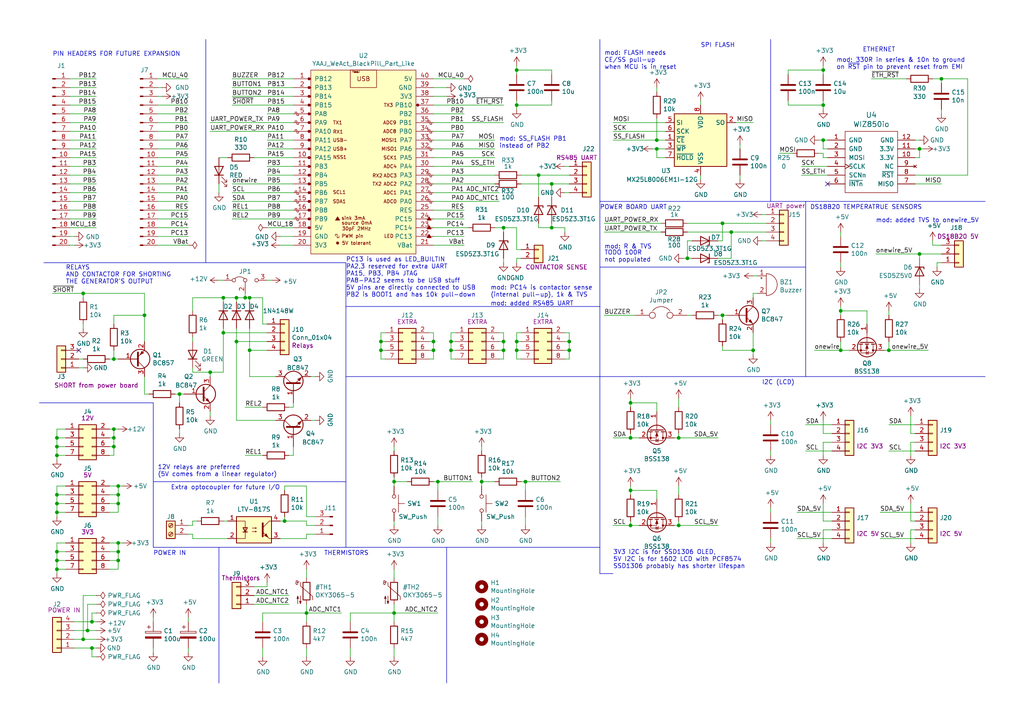
<source format=kicad_sch>
(kicad_sch (version 20230121) (generator eeschema)
  (paper "A4")
  (title_block (company "Ondřej Sluka"))
  (junction (at 33.02 104.14))
  (junction (at 24.13 185.42))
  (junction (at 72.39 101.6))
  (junction (at 209.55 91.44))
  (junction (at 196.85 152.4))
  (junction (at 68.58 99.06))
  (junction (at 110.49 99.06))
  (junction (at 238.76 40.64))
  (junction (at 34.29 162.56))
  (junction (at 34.29 160.02))
  (junction (at 16.51 148.59))
  (junction (at 114.3 139.7))
  (junction (at 64.77 96.52))
  (junction (at 160.02 53.34))
  (junction (at 212.09 67.31))
  (junction (at 273.05 22.86))
  (junction (at 16.51 162.56))
  (junction (at 34.29 140.97))
  (junction (at 16.51 129.54))
  (junction (at 127 139.7))
  (junction (at 190.5 43.18))
  (junction (at 243.84 101.6))
  (junction (at 182.88 152.4))
  (junction (at 130.81 99.06))
  (junction (at 243.84 90.17))
  (junction (at 110.49 101.6))
  (junction (at 26.67 187.96))
  (junction (at 152.4 139.7))
  (junction (at 33.02 124.46))
  (junction (at 16.51 160.02))
  (junction (at 149.86 20.32))
  (junction (at 257.81 101.6))
  (junction (at 182.88 142.24))
  (junction (at 88.9 177.8))
  (junction (at 199.39 74.93))
  (junction (at 33.02 129.54))
  (junction (at 146.05 66.04))
  (junction (at 33.02 127))
  (junction (at 16.51 143.51))
  (junction (at 26.67 180.34))
  (junction (at 82.55 151.13))
  (junction (at 52.07 114.3))
  (junction (at 238.76 20.32))
  (junction (at 209.55 64.77))
  (junction (at 160.02 66.04))
  (junction (at 182.88 116.84))
  (junction (at 266.7 43.18))
  (junction (at 34.29 157.48))
  (junction (at 149.86 99.06))
  (junction (at 114.3 177.8))
  (junction (at 146.05 101.6))
  (junction (at 16.51 165.1))
  (junction (at 238.76 30.48))
  (junction (at 146.05 99.06))
  (junction (at 16.51 132.08))
  (junction (at 60.96 107.95))
  (junction (at 149.86 101.6))
  (junction (at 149.86 30.48))
  (junction (at 72.39 86.36))
  (junction (at 16.51 127))
  (junction (at 125.73 99.06))
  (junction (at 165.1 99.06))
  (junction (at 156.21 50.8))
  (junction (at 68.58 86.36))
  (junction (at 218.44 101.6))
  (junction (at 24.13 85.09))
  (junction (at 182.88 127))
  (junction (at 34.29 146.05))
  (junction (at 125.73 101.6))
  (junction (at 266.7 73.66))
  (junction (at 196.85 127))
  (junction (at 64.77 86.36))
  (junction (at 130.81 101.6))
  (junction (at 25.4 182.88))
  (junction (at 16.51 146.05))
  (junction (at 190.5 40.64))
  (junction (at 165.1 101.6))
  (junction (at 34.29 143.51))
  (junction (at 71.12 86.36))
  (junction (at 139.7 139.7))
  (junction (at 41.91 91.44))
  (no_connect (at 240.03 53.34))
  (no_connect (at 22.86 101.6))
  (wire (pts (xy 228.6 20.32) (xy 228.6 21.59)))
  (wire (pts (xy 27.94 38.1) (xy 20.32 38.1)))
  (wire (pts (xy 193.04 45.72) (xy 190.5 45.72)))
  (wire (pts (xy 209.55 69.85) (xy 209.55 64.77)))
  (wire (pts (xy 27.94 40.64) (xy 20.32 40.64)))
  (wire (pts (xy 64.77 86.36) (xy 68.58 86.36)))
  (wire (pts (xy 31.75 160.02) (xy 34.29 160.02)))
  (wire (pts (xy 208.28 69.85) (xy 209.55 69.85)))
  (wire (pts (xy 88.9 177.8) (xy 88.9 180.34)))
  (wire (pts (xy 214.63 52.07) (xy 214.63 50.8)))
  (wire (pts (xy 139.7 138.43) (xy 139.7 139.7)))
  (wire (pts (xy 182.88 116.84) (xy 182.88 115.57)))
  (wire (pts (xy 67.31 27.94) (xy 85.09 27.94)))
  (wire (pts (xy 146.05 101.6) (xy 146.05 104.14)))
  (wire (pts (xy 149.86 30.48) (xy 149.86 29.21)))
  (wire (pts (xy 33.02 129.54) (xy 33.02 127)))
  (wire (pts (xy 182.88 142.24) (xy 182.88 140.97)))
  (wire (pts (xy 273.05 31.75) (xy 273.05 33.02)))
  (wire (pts (xy 52.07 114.3) (xy 53.34 114.3)))
  (wire (pts (xy 125.73 139.7) (xy 127 139.7)))
  (wire (pts (xy 160.02 66.04) (xy 163.83 66.04)))
  (wire (pts (xy 31.75 146.05) (xy 34.29 146.05)))
  (wire (pts (xy 203.2 29.21) (xy 203.2 30.48)))
  (wire (pts (xy 55.88 152.4) (xy 55.88 151.13)))
  (wire (pts (xy 72.39 86.36) (xy 76.2 86.36)))
  (wire (pts (xy 218.44 85.09) (xy 219.71 85.09)))
  (wire (pts (xy 82.55 142.24) (xy 82.55 140.97)))
  (wire (pts (xy 25.4 175.26) (xy 25.4 182.88)))
  (wire (pts (xy 31.75 165.1) (xy 34.29 165.1)))
  (wire (pts (xy 19.05 157.48) (xy 16.51 157.48)))
  (polyline (pts (xy 173.99 58.42) (xy 285.75 58.42)))
  (wire (pts (xy 55.88 151.13) (xy 57.15 151.13)))
  (wire (pts (xy 177.8 127) (xy 182.88 127)))
  (wire (pts (xy 151.13 139.7) (xy 152.4 139.7)))
  (wire (pts (xy 149.86 66.04) (xy 146.05 66.04)))
  (wire (pts (xy 34.29 148.59) (xy 34.29 146.05)))
  (wire (pts (xy 255.27 148.59) (xy 265.43 148.59)))
  (wire (pts (xy 54.61 152.4) (xy 55.88 152.4)))
  (wire (pts (xy 16.51 132.08) (xy 19.05 132.08)))
  (wire (pts (xy 265.43 50.8) (xy 280.67 50.8)))
  (wire (pts (xy 77.47 48.26) (xy 85.09 48.26)))
  (wire (pts (xy 177.8 35.56) (xy 193.04 35.56)))
  (wire (pts (xy 127 152.4) (xy 127 149.86)))
  (wire (pts (xy 81.28 71.12) (xy 85.09 71.12)))
  (wire (pts (xy 238.76 19.05) (xy 238.76 20.32)))
  (wire (pts (xy 16.51 127) (xy 16.51 129.54)))
  (wire (pts (xy 149.86 19.05) (xy 149.86 20.32)))
  (polyline (pts (xy 44.45 139.7) (xy 100.33 139.7)))
  (wire (pts (xy 209.55 91.44) (xy 210.82 91.44)))
  (wire (pts (xy 212.09 67.31) (xy 222.25 67.31)))
  (wire (pts (xy 77.47 168.91) (xy 77.47 170.18)))
  (wire (pts (xy 125.73 104.14) (xy 124.46 104.14)))
  (wire (pts (xy 67.31 58.42) (xy 85.09 58.42)))
  (wire (pts (xy 182.88 116.84) (xy 190.5 116.84)))
  (wire (pts (xy 111.76 99.06) (xy 110.49 99.06)))
  (wire (pts (xy 54.61 45.72) (xy 45.72 45.72)))
  (wire (pts (xy 199.39 64.77) (xy 209.55 64.77)))
  (wire (pts (xy 54.61 22.86) (xy 45.72 22.86)))
  (wire (pts (xy 125.73 55.88) (xy 144.78 55.88)))
  (wire (pts (xy 257.81 130.81) (xy 265.43 130.81)))
  (wire (pts (xy 85.09 116.84) (xy 85.09 118.11)))
  (wire (pts (xy 218.44 101.6) (xy 218.44 96.52)))
  (wire (pts (xy 63.5 55.88) (xy 63.5 53.34)))
  (wire (pts (xy 26.67 187.96) (xy 27.94 187.96)))
  (wire (pts (xy 33.02 101.6) (xy 33.02 104.14)))
  (wire (pts (xy 146.05 67.31) (xy 146.05 66.04)))
  (wire (pts (xy 72.39 87.63) (xy 72.39 86.36)))
  (wire (pts (xy 156.21 50.8) (xy 165.1 50.8)))
  (wire (pts (xy 54.61 38.1) (xy 45.72 38.1)))
  (wire (pts (xy 54.61 55.88) (xy 45.72 55.88)))
  (wire (pts (xy 54.61 48.26) (xy 45.72 48.26)))
  (wire (pts (xy 196.85 152.4) (xy 196.85 151.13)))
  (wire (pts (xy 19.05 146.05) (xy 16.51 146.05)))
  (wire (pts (xy 55.88 106.68) (xy 55.88 107.95)))
  (polyline (pts (xy 100.33 88.9) (xy 173.99 88.9)))
  (wire (pts (xy 54.61 71.12) (xy 45.72 71.12)))
  (wire (pts (xy 127 139.7) (xy 127 142.24)))
  (wire (pts (xy 240.03 43.18) (xy 238.76 43.18)))
  (wire (pts (xy 45.72 30.48) (xy 54.61 30.48)))
  (wire (pts (xy 21.59 185.42) (xy 24.13 185.42)))
  (wire (pts (xy 31.75 129.54) (xy 33.02 129.54)))
  (wire (pts (xy 163.83 101.6) (xy 165.1 101.6)))
  (wire (pts (xy 236.22 101.6) (xy 243.84 101.6)))
  (wire (pts (xy 16.51 133.35) (xy 16.51 132.08)))
  (wire (pts (xy 88.9 187.96) (xy 88.9 190.5)))
  (wire (pts (xy 85.09 129.54) (xy 85.09 132.08)))
  (wire (pts (xy 67.31 25.4) (xy 85.09 25.4)))
  (wire (pts (xy 110.49 96.52) (xy 110.49 99.06)))
  (wire (pts (xy 125.73 99.06) (xy 125.73 101.6)))
  (wire (pts (xy 218.44 102.87) (xy 218.44 101.6)))
  (wire (pts (xy 271.78 76.2) (xy 273.05 76.2)))
  (wire (pts (xy 111.76 101.6) (xy 110.49 101.6)))
  (wire (pts (xy 149.86 20.32) (xy 149.86 21.59)))
  (wire (pts (xy 31.75 132.08) (xy 33.02 132.08)))
  (wire (pts (xy 76.2 86.36) (xy 76.2 93.98)))
  (wire (pts (xy 218.44 86.36) (xy 218.44 85.09)))
  (wire (pts (xy 83.82 118.11) (xy 85.09 118.11)))
  (wire (pts (xy 60.96 35.56) (xy 85.09 35.56)))
  (wire (pts (xy 114.3 152.4) (xy 114.3 151.13)))
  (wire (pts (xy 243.84 90.17) (xy 251.46 90.17)))
  (wire (pts (xy 256.54 101.6) (xy 257.81 101.6)))
  (wire (pts (xy 125.73 66.04) (xy 135.89 66.04)))
  (wire (pts (xy 271.78 77.47) (xy 271.78 76.2)))
  (wire (pts (xy 199.39 74.93) (xy 200.66 74.93)))
  (wire (pts (xy 146.05 66.04) (xy 143.51 66.04)))
  (wire (pts (xy 243.84 99.06) (xy 243.84 101.6)))
  (polyline (pts (xy 129.54 158.75) (xy 129.54 198.12)))
  (wire (pts (xy 160.02 66.04) (xy 156.21 66.04)))
  (wire (pts (xy 63.5 45.72) (xy 66.04 45.72)))
  (wire (pts (xy 243.84 101.6) (xy 246.38 101.6)))
  (wire (pts (xy 19.05 140.97) (xy 16.51 140.97)))
  (wire (pts (xy 231.14 156.21) (xy 241.3 156.21)))
  (wire (pts (xy 266.7 73.66) (xy 266.7 74.93)))
  (wire (pts (xy 125.73 43.18) (xy 143.51 43.18)))
  (wire (pts (xy 238.76 43.18) (xy 238.76 40.64)))
  (wire (pts (xy 144.78 101.6) (xy 146.05 101.6)))
  (wire (pts (xy 218.44 35.56) (xy 213.36 35.56)))
  (wire (pts (xy 54.61 43.18) (xy 45.72 43.18)))
  (wire (pts (xy 44.45 179.07) (xy 44.45 180.34)))
  (wire (pts (xy 16.51 129.54) (xy 16.51 132.08)))
  (wire (pts (xy 208.28 152.4) (xy 196.85 152.4)))
  (wire (pts (xy 34.29 124.46) (xy 33.02 124.46)))
  (wire (pts (xy 25.4 182.88) (xy 27.94 182.88)))
  (wire (pts (xy 27.94 22.86) (xy 20.32 22.86)))
  (wire (pts (xy 160.02 66.04) (xy 160.02 64.77)))
  (wire (pts (xy 33.02 124.46) (xy 31.75 124.46)))
  (wire (pts (xy 252.73 22.86) (xy 262.89 22.86)))
  (wire (pts (xy 190.5 43.18) (xy 193.04 43.18)))
  (wire (pts (xy 139.7 139.7) (xy 139.7 140.97)))
  (wire (pts (xy 125.73 96.52) (xy 125.73 99.06)))
  (wire (pts (xy 76.2 187.96) (xy 76.2 190.5)))
  (wire (pts (xy 228.6 30.48) (xy 228.6 29.21)))
  (wire (pts (xy 21.59 71.12) (xy 20.32 71.12)))
  (wire (pts (xy 254 73.66) (xy 266.7 73.66)))
  (wire (pts (xy 81.28 68.58) (xy 85.09 68.58)))
  (wire (pts (xy 27.94 35.56) (xy 20.32 35.56)))
  (wire (pts (xy 266.7 82.55) (xy 266.7 83.82)))
  (wire (pts (xy 125.73 53.34) (xy 143.51 53.34)))
  (wire (pts (xy 189.23 43.18) (xy 190.5 43.18)))
  (wire (pts (xy 134.62 68.58) (xy 125.73 68.58)))
  (wire (pts (xy 78.74 81.28) (xy 77.47 81.28)))
  (wire (pts (xy 144.78 99.06) (xy 146.05 99.06)))
  (wire (pts (xy 88.9 156.21) (xy 88.9 154.94)))
  (wire (pts (xy 182.88 118.11) (xy 182.88 116.84)))
  (wire (pts (xy 72.39 109.22) (xy 72.39 101.6)))
  (wire (pts (xy 199.39 67.31) (xy 212.09 67.31)))
  (wire (pts (xy 160.02 30.48) (xy 149.86 30.48)))
  (wire (pts (xy 21.59 187.96) (xy 26.67 187.96)))
  (wire (pts (xy 71.12 118.11) (xy 76.2 118.11)))
  (wire (pts (xy 149.86 96.52) (xy 149.86 99.06)))
  (wire (pts (xy 55.88 99.06) (xy 55.88 97.79)))
  (wire (pts (xy 99.06 177.8) (xy 88.9 177.8)))
  (wire (pts (xy 264.16 128.27) (xy 265.43 128.27)))
  (wire (pts (xy 110.49 104.14) (xy 111.76 104.14)))
  (wire (pts (xy 24.13 172.72) (xy 24.13 185.42)))
  (wire (pts (xy 182.88 125.73) (xy 182.88 127)))
  (polyline (pts (xy 233.68 77.47) (xy 173.99 77.47)))
  (wire (pts (xy 226.06 44.45) (xy 229.87 44.45)))
  (wire (pts (xy 83.82 132.08) (xy 85.09 132.08)))
  (wire (pts (xy 129.54 27.94) (xy 125.73 27.94)))
  (wire (pts (xy 52.07 116.84) (xy 52.07 114.3)))
  (wire (pts (xy 232.41 48.26) (xy 240.03 48.26)))
  (wire (pts (xy 16.51 166.37) (xy 16.51 165.1)))
  (wire (pts (xy 71.12 86.36) (xy 72.39 86.36)))
  (wire (pts (xy 156.21 66.04) (xy 156.21 64.77)))
  (wire (pts (xy 238.76 153.67) (xy 241.3 153.67)))
  (wire (pts (xy 88.9 149.86) (xy 91.44 149.86)))
  (wire (pts (xy 110.49 101.6) (xy 110.49 104.14)))
  (wire (pts (xy 33.02 132.08) (xy 33.02 129.54)))
  (wire (pts (xy 175.26 64.77) (xy 191.77 64.77)))
  (wire (pts (xy 177.8 152.4) (xy 182.88 152.4)))
  (wire (pts (xy 101.6 177.8) (xy 114.3 177.8)))
  (wire (pts (xy 149.86 101.6) (xy 149.86 104.14)))
  (wire (pts (xy 209.55 92.71) (xy 209.55 91.44)))
  (wire (pts (xy 64.77 87.63) (xy 64.77 86.36)))
  (wire (pts (xy 16.51 149.86) (xy 16.51 148.59)))
  (wire (pts (xy 125.73 101.6) (xy 125.73 104.14)))
  (wire (pts (xy 64.77 95.25) (xy 64.77 96.52)))
  (polyline (pts (xy 100.33 109.22) (xy 285.75 109.22)))
  (wire (pts (xy 68.58 99.06) (xy 68.58 121.92)))
  (wire (pts (xy 19.05 127) (xy 16.51 127)))
  (wire (pts (xy 238.76 31.75) (xy 238.76 30.48)))
  (wire (pts (xy 182.88 127) (xy 185.42 127)))
  (polyline (pts (xy 100.33 76.2) (xy 12.7 76.2)))
  (wire (pts (xy 26.67 180.34) (xy 27.94 180.34)))
  (wire (pts (xy 270.51 22.86) (xy 273.05 22.86)))
  (wire (pts (xy 24.13 86.36) (xy 24.13 85.09)))
  (wire (pts (xy 77.47 170.18) (xy 73.66 170.18)))
  (wire (pts (xy 81.28 156.21) (xy 88.9 156.21)))
  (wire (pts (xy 31.75 127) (xy 33.02 127)))
  (wire (pts (xy 233.68 130.81) (xy 241.3 130.81)))
  (polyline (pts (xy 44.45 116.84) (xy 44.45 158.75)))
  (wire (pts (xy 190.5 25.4) (xy 190.5 26.67)))
  (wire (pts (xy 21.59 182.88) (xy 25.4 182.88)))
  (wire (pts (xy 238.76 132.08) (xy 238.76 128.27)))
  (wire (pts (xy 196.85 115.57) (xy 196.85 118.11)))
  (wire (pts (xy 165.1 101.6) (xy 165.1 104.14)))
  (wire (pts (xy 76.2 93.98) (xy 77.47 93.98)))
  (wire (pts (xy 27.94 63.5) (xy 20.32 63.5)))
  (wire (pts (xy 182.88 152.4) (xy 185.42 152.4)))
  (wire (pts (xy 31.75 148.59) (xy 34.29 148.59)))
  (wire (pts (xy 132.08 101.6) (xy 130.81 101.6)))
  (wire (pts (xy 125.73 33.02) (xy 134.62 33.02)))
  (wire (pts (xy 243.84 76.2) (xy 243.84 77.47)))
  (wire (pts (xy 149.86 31.75) (xy 149.86 30.48)))
  (wire (pts (xy 55.88 86.36) (xy 64.77 86.36)))
  (wire (pts (xy 21.59 180.34) (xy 26.67 180.34)))
  (wire (pts (xy 16.51 165.1) (xy 19.05 165.1)))
  (wire (pts (xy 209.55 101.6) (xy 218.44 101.6)))
  (wire (pts (xy 163.83 67.31) (xy 163.83 66.04)))
  (wire (pts (xy 125.73 22.86) (xy 134.62 22.86)))
  (wire (pts (xy 54.61 68.58) (xy 45.72 68.58)))
  (wire (pts (xy 196.85 140.97) (xy 196.85 143.51)))
  (wire (pts (xy 60.96 107.95) (xy 60.96 109.22)))
  (wire (pts (xy 134.62 60.96) (xy 125.73 60.96)))
  (wire (pts (xy 209.55 100.33) (xy 209.55 101.6)))
  (wire (pts (xy 125.73 58.42) (xy 144.78 58.42)))
  (wire (pts (xy 54.61 50.8) (xy 45.72 50.8)))
  (wire (pts (xy 33.02 104.14) (xy 34.29 104.14)))
  (wire (pts (xy 85.09 40.64) (xy 77.47 40.64)))
  (wire (pts (xy 85.09 50.8) (xy 77.47 50.8)))
  (wire (pts (xy 68.58 99.06) (xy 77.47 99.06)))
  (wire (pts (xy 41.91 109.22) (xy 41.91 114.3)))
  (wire (pts (xy 83.82 175.26) (xy 73.66 175.26)))
  (wire (pts (xy 68.58 121.92) (xy 80.01 121.92)))
  (wire (pts (xy 238.76 44.45) (xy 238.76 45.72)))
  (wire (pts (xy 209.55 64.77) (xy 222.25 64.77)))
  (wire (pts (xy 110.49 99.06) (xy 110.49 101.6)))
  (wire (pts (xy 114.3 175.26) (xy 114.3 177.8)))
  (wire (pts (xy 160.02 53.34) (xy 160.02 57.15)))
  (wire (pts (xy 114.3 177.8) (xy 114.3 180.34)))
  (wire (pts (xy 16.51 162.56) (xy 16.51 165.1)))
  (wire (pts (xy 101.6 180.34) (xy 101.6 177.8)))
  (wire (pts (xy 67.31 55.88) (xy 85.09 55.88)))
  (wire (pts (xy 114.3 165.1) (xy 114.3 167.64)))
  (wire (pts (xy 27.94 60.96) (xy 20.32 60.96)))
  (wire (pts (xy 55.88 107.95) (xy 60.96 107.95)))
  (wire (pts (xy 130.81 99.06) (xy 130.81 101.6)))
  (wire (pts (xy 151.13 99.06) (xy 149.86 99.06)))
  (wire (pts (xy 243.84 91.44) (xy 243.84 90.17)))
  (wire (pts (xy 237.49 40.64) (xy 238.76 40.64)))
  (wire (pts (xy 88.9 140.97) (xy 88.9 149.86)))
  (wire (pts (xy 44.45 189.23) (xy 44.45 187.96)))
  (wire (pts (xy 152.4 139.7) (xy 152.4 142.24)))
  (wire (pts (xy 27.94 50.8) (xy 20.32 50.8)))
  (wire (pts (xy 114.3 139.7) (xy 118.11 139.7)))
  (wire (pts (xy 160.02 29.21) (xy 160.02 30.48)))
  (wire (pts (xy 54.61 154.94) (xy 55.88 154.94)))
  (wire (pts (xy 33.02 127) (xy 33.02 124.46)))
  (wire (pts (xy 144.78 96.52) (xy 146.05 96.52)))
  (wire (pts (xy 34.29 162.56) (xy 34.29 160.02)))
  (wire (pts (xy 264.16 157.48) (xy 264.16 153.67)))
  (wire (pts (xy 125.73 30.48) (xy 146.05 30.48)))
  (wire (pts (xy 130.81 96.52) (xy 130.81 99.06)))
  (wire (pts (xy 231.14 148.59) (xy 241.3 148.59)))
  (wire (pts (xy 223.52 156.21) (xy 223.52 157.48)))
  (wire (pts (xy 165.1 96.52) (xy 165.1 99.06)))
  (wire (pts (xy 72.39 109.22) (xy 80.01 109.22)))
  (wire (pts (xy 134.62 38.1) (xy 125.73 38.1)))
  (wire (pts (xy 238.76 30.48) (xy 228.6 30.48)))
  (wire (pts (xy 82.55 151.13) (xy 88.9 151.13)))
  (wire (pts (xy 24.13 93.98) (xy 24.13 95.25)))
  (wire (pts (xy 190.5 116.84) (xy 190.5 119.38)))
  (wire (pts (xy 50.8 114.3) (xy 52.07 114.3)))
  (wire (pts (xy 19.05 162.56) (xy 16.51 162.56)))
  (wire (pts (xy 223.52 132.08) (xy 223.52 130.81)))
  (wire (pts (xy 257.81 90.17) (xy 257.81 91.44)))
  (wire (pts (xy 114.3 139.7) (xy 114.3 140.97)))
  (wire (pts (xy 73.66 45.72) (xy 85.09 45.72)))
  (wire (pts (xy 15.24 85.09) (xy 24.13 85.09)))
  (wire (pts (xy 124.46 99.06) (xy 125.73 99.06)))
  (wire (pts (xy 220.98 69.85) (xy 222.25 69.85)))
  (wire (pts (xy 27.94 48.26) (xy 20.32 48.26)))
  (wire (pts (xy 88.9 154.94) (xy 91.44 154.94)))
  (wire (pts (xy 175.26 67.31) (xy 191.77 67.31)))
  (wire (pts (xy 27.94 190.5) (xy 26.67 190.5)))
  (wire (pts (xy 54.61 66.04) (xy 45.72 66.04)))
  (wire (pts (xy 22.86 106.68) (xy 24.13 106.68)))
  (wire (pts (xy 67.31 30.48) (xy 85.09 30.48)))
  (polyline (pts (xy 44.45 158.75) (xy 173.99 158.75)))
  (wire (pts (xy 71.12 132.08) (xy 76.2 132.08)))
  (polyline (pts (xy 173.99 58.42) (xy 173.99 166.37)))
  (wire (pts (xy 41.91 91.44) (xy 41.91 99.06)))
  (wire (pts (xy 71.12 86.36) (xy 71.12 85.09)))
  (wire (pts (xy 21.59 68.58) (xy 20.32 68.58)))
  (wire (pts (xy 238.76 146.05) (xy 238.76 151.13)))
  (wire (pts (xy 67.31 60.96) (xy 85.09 60.96)))
  (wire (pts (xy 16.51 124.46) (xy 16.51 127)))
  (wire (pts (xy 149.86 99.06) (xy 149.86 101.6)))
  (wire (pts (xy 243.84 67.31) (xy 243.84 68.58)))
  (wire (pts (xy 149.86 72.39) (xy 149.86 66.04)))
  (wire (pts (xy 265.43 43.18) (xy 266.7 43.18)))
  (wire (pts (xy 125.73 45.72) (xy 143.51 45.72)))
  (wire (pts (xy 214.63 41.91) (xy 214.63 43.18)))
  (wire (pts (xy 223.52 121.92) (xy 223.52 123.19)))
  (wire (pts (xy 199.39 74.93) (xy 199.39 69.85)))
  (wire (pts (xy 46.99 27.94) (xy 45.72 27.94)))
  (wire (pts (xy 24.13 185.42) (xy 27.94 185.42)))
  (wire (pts (xy 151.13 96.52) (xy 149.86 96.52)))
  (wire (pts (xy 199.39 69.85) (xy 200.66 69.85)))
  (wire (pts (xy 54.61 33.02) (xy 45.72 33.02)))
  (wire (pts (xy 27.94 27.94) (xy 20.32 27.94)))
  (wire (pts (xy 46.99 25.4) (xy 45.72 25.4)))
  (wire (pts (xy 238.76 157.48) (xy 238.76 153.67)))
  (wire (pts (xy 165.1 104.14) (xy 163.83 104.14)))
  (wire (pts (xy 68.58 87.63) (xy 68.58 86.36)))
  (wire (pts (xy 264.16 151.13) (xy 265.43 151.13)))
  (wire (pts (xy 251.46 90.17) (xy 251.46 93.98)))
  (wire (pts (xy 165.1 99.06) (xy 165.1 101.6)))
  (wire (pts (xy 31.75 162.56) (xy 34.29 162.56)))
  (wire (pts (xy 34.29 157.48) (xy 31.75 157.48)))
  (wire (pts (xy 27.94 55.88) (xy 20.32 55.88)))
  (wire (pts (xy 16.51 148.59) (xy 19.05 148.59)))
  (wire (pts (xy 54.61 53.34) (xy 45.72 53.34)))
  (wire (pts (xy 132.08 99.06) (xy 130.81 99.06)))
  (wire (pts (xy 67.31 63.5) (xy 85.09 63.5)))
  (wire (pts (xy 177.8 40.64) (xy 190.5 40.64)))
  (wire (pts (xy 129.54 25.4) (xy 125.73 25.4)))
  (wire (pts (xy 27.94 175.26) (xy 25.4 175.26)))
  (wire (pts (xy 27.94 53.34) (xy 20.32 53.34)))
  (wire (pts (xy 195.58 152.4) (xy 196.85 152.4)))
  (wire (pts (xy 146.05 99.06) (xy 146.05 101.6)))
  (wire (pts (xy 64.77 151.13) (xy 66.04 151.13)))
  (wire (pts (xy 26.67 190.5) (xy 26.67 187.96)))
  (wire (pts (xy 208.28 74.93) (xy 212.09 74.93)))
  (wire (pts (xy 266.7 40.64) (xy 265.43 40.64)))
  (wire (pts (xy 175.26 91.44) (xy 184.15 91.44)))
  (wire (pts (xy 16.51 140.97) (xy 16.51 143.51)))
  (wire (pts (xy 280.67 22.86) (xy 280.67 50.8)))
  (wire (pts (xy 203.2 50.8) (xy 203.2 52.07)))
  (wire (pts (xy 76.2 177.8) (xy 88.9 177.8)))
  (wire (pts (xy 151.13 101.6) (xy 149.86 101.6)))
  (wire (pts (xy 83.82 172.72) (xy 73.66 172.72)))
  (wire (pts (xy 163.83 48.26) (xy 165.1 48.26)))
  (wire (pts (xy 114.3 187.96) (xy 114.3 190.5)))
  (wire (pts (xy 190.5 45.72) (xy 190.5 43.18)))
  (wire (pts (xy 88.9 151.13) (xy 88.9 152.4)))
  (wire (pts (xy 270.51 71.12) (xy 273.05 71.12)))
  (wire (pts (xy 264.16 120.65) (xy 264.16 125.73)))
  (wire (pts (xy 255.27 156.21) (xy 265.43 156.21)))
  (wire (pts (xy 220.98 62.23) (xy 222.25 62.23)))
  (wire (pts (xy 182.88 151.13) (xy 182.88 152.4)))
  (wire (pts (xy 149.86 74.93) (xy 149.86 76.2)))
  (wire (pts (xy 134.62 71.12) (xy 125.73 71.12)))
  (wire (pts (xy 264.16 132.08) (xy 264.16 128.27)))
  (wire (pts (xy 27.94 172.72) (xy 24.13 172.72)))
  (wire (pts (xy 88.9 175.26) (xy 88.9 177.8)))
  (wire (pts (xy 238.76 20.32) (xy 228.6 20.32)))
  (wire (pts (xy 266.7 45.72) (xy 266.7 43.18)))
  (wire (pts (xy 67.31 53.34) (xy 85.09 53.34)))
  (wire (pts (xy 33.02 91.44) (xy 41.91 91.44)))
  (wire (pts (xy 114.3 138.43) (xy 114.3 139.7)))
  (wire (pts (xy 139.7 152.4) (xy 139.7 151.13)))
  (wire (pts (xy 64.77 96.52) (xy 77.47 96.52)))
  (wire (pts (xy 196.85 127) (xy 196.85 125.73)))
  (wire (pts (xy 238.76 128.27) (xy 241.3 128.27)))
  (wire (pts (xy 149.86 104.14) (xy 151.13 104.14)))
  (wire (pts (xy 16.51 146.05) (xy 16.51 148.59)))
  (wire (pts (xy 125.73 50.8) (xy 143.51 50.8)))
  (wire (pts (xy 182.88 143.51) (xy 182.88 142.24)))
  (wire (pts (xy 54.61 40.64) (xy 45.72 40.64)))
  (wire (pts (xy 270.51 69.85) (xy 270.51 71.12)))
  (wire (pts (xy 67.31 22.86) (xy 85.09 22.86)))
  (wire (pts (xy 130.81 104.14) (xy 132.08 104.14)))
  (wire (pts (xy 190.5 40.64) (xy 193.04 40.64)))
  (wire (pts (xy 160.02 21.59) (xy 160.02 20.32)))
  (wire (pts (xy 151.13 50.8) (xy 156.21 50.8)))
  (wire (pts (xy 146.05 96.52) (xy 146.05 99.06)))
  (polyline (pts (xy 173.99 11.43) (xy 173.99 58.42)))
  (wire (pts (xy 243.84 90.17) (xy 243.84 88.9)))
  (wire (pts (xy 63.5 81.28) (xy 64.77 81.28)))
  (wire (pts (xy 34.29 165.1) (xy 34.29 162.56)))
  (wire (pts (xy 19.05 160.02) (xy 16.51 160.02)))
  (wire (pts (xy 35.56 140.97) (xy 34.29 140.97)))
  (wire (pts (xy 125.73 48.26) (xy 143.51 48.26)))
  (wire (pts (xy 24.13 104.14) (xy 22.86 104.14)))
  (wire (pts (xy 124.46 96.52) (xy 125.73 96.52)))
  (wire (pts (xy 223.52 147.32) (xy 223.52 148.59)))
  (wire (pts (xy 208.28 91.44) (xy 209.55 91.44)))
  (wire (pts (xy 54.61 35.56) (xy 45.72 35.56)))
  (wire (pts (xy 139.7 139.7) (xy 143.51 139.7)))
  (wire (pts (xy 60.96 120.65) (xy 60.96 119.38)))
  (wire (pts (xy 27.94 25.4) (xy 20.32 25.4)))
  (wire (pts (xy 134.62 63.5) (xy 125.73 63.5)))
  (wire (pts (xy 91.44 109.22) (xy 90.17 109.22)))
  (wire (pts (xy 19.05 124.46) (xy 16.51 124.46)))
  (polyline (pts (xy 59.69 11.43) (xy 59.69 76.2)))
  (wire (pts (xy 163.83 55.88) (xy 165.1 55.88)))
  (wire (pts (xy 163.83 99.06) (xy 165.1 99.06)))
  (wire (pts (xy 257.81 101.6) (xy 257.81 99.06)))
  (wire (pts (xy 264.16 146.05) (xy 264.16 151.13)))
  (wire (pts (xy 177.8 38.1) (xy 193.04 38.1)))
  (wire (pts (xy 273.05 22.86) (xy 273.05 24.13)))
  (wire (pts (xy 54.61 189.23) (xy 54.61 187.96)))
  (wire (pts (xy 266.7 73.66) (xy 273.05 73.66)))
  (wire (pts (xy 160.02 20.32) (xy 149.86 20.32)))
  (wire (pts (xy 124.46 101.6) (xy 125.73 101.6)))
  (wire (pts (xy 60.96 38.1) (xy 85.09 38.1)))
  (wire (pts (xy 85.09 43.18) (xy 77.47 43.18)))
  (wire (pts (xy 137.16 139.7) (xy 127 139.7)))
  (wire (pts (xy 76.2 180.34) (xy 76.2 177.8)))
  (wire (pts (xy 146.05 104.14) (xy 144.78 104.14)))
  (wire (pts (xy 238.76 125.73) (xy 241.3 125.73)))
  (wire (pts (xy 19.05 143.51) (xy 16.51 143.51)))
  (wire (pts (xy 212.09 74.93) (xy 212.09 67.31)))
  (wire (pts (xy 27.94 30.48) (xy 20.32 30.48)))
  (wire (pts (xy 54.61 58.42) (xy 45.72 58.42)))
  (wire (pts (xy 238.76 29.21) (xy 238.76 30.48)))
  (wire (pts (xy 127 177.8) (xy 114.3 177.8)))
  (wire (pts (xy 27.94 43.18) (xy 20.32 43.18)))
  (wire (pts (xy 77.47 66.04) (xy 85.09 66.04)))
  (wire (pts (xy 199.39 91.44) (xy 200.66 91.44)))
  (wire (pts (xy 85.09 33.02) (xy 77.47 33.02)))
  (wire (pts (xy 31.75 143.51) (xy 34.29 143.51)))
  (wire (pts (xy 55.88 90.17) (xy 55.88 86.36)))
  (wire (pts (xy 26.67 177.8) (xy 26.67 180.34)))
  (wire (pts (xy 264.16 125.73) (xy 265.43 125.73)))
  (wire (pts (xy 162.56 139.7) (xy 152.4 139.7)))
  (wire (pts (xy 27.94 33.02) (xy 20.32 33.02)))
  (wire (pts (xy 64.77 107.95) (xy 60.96 107.95)))
  (wire (pts (xy 34.29 146.05) (xy 34.29 143.51)))
  (polyline (pts (xy 11.43 116.84) (xy 44.45 116.84)))
  (wire (pts (xy 198.12 74.93) (xy 199.39 74.93)))
  (wire (pts (xy 257.81 123.19) (xy 265.43 123.19)))
  (wire (pts (xy 34.29 143.51) (xy 34.29 140.97)))
  (wire (pts (xy 111.76 96.52) (xy 110.49 96.52)))
  (wire (pts (xy 190.5 34.29) (xy 190.5 40.64)))
  (wire (pts (xy 72.39 101.6) (xy 77.47 101.6)))
  (wire (pts (xy 269.24 101.6) (xy 257.81 101.6)))
  (wire (pts (xy 156.21 50.8) (xy 156.21 57.15)))
  (wire (pts (xy 24.13 85.09) (xy 41.91 85.09)))
  (wire (pts (xy 27.94 58.42) (xy 20.32 58.42)))
  (wire (pts (xy 68.58 86.36) (xy 71.12 86.36)))
  (wire (pts (xy 130.81 101.6) (xy 130.81 104.14)))
  (wire (pts (xy 101.6 187.96) (xy 101.6 190.5)))
  (wire (pts (xy 237.49 44.45) (xy 238.76 44.45)))
  (wire (pts (xy 34.29 140.97) (xy 31.75 140.97)))
  (wire (pts (xy 264.16 153.67) (xy 265.43 153.67)))
  (wire (pts (xy 16.51 143.51) (xy 16.51 146.05)))
  (wire (pts (xy 19.05 129.54) (xy 16.51 129.54)))
  (wire (pts (xy 31.75 104.14) (xy 33.02 104.14)))
  (wire (pts (xy 146.05 74.93) (xy 146.05 76.2)))
  (wire (pts (xy 273.05 53.34) (xy 265.43 53.34)))
  (wire (pts (xy 27.94 177.8) (xy 26.67 177.8)))
  (wire (pts (xy 54.61 63.5) (xy 45.72 63.5)))
  (wire (pts (xy 238.76 151.13) (xy 241.3 151.13)))
  (wire (pts (xy 132.08 96.52) (xy 130.81 96.52)))
  (wire (pts (xy 190.5 142.24) (xy 190.5 144.78)))
  (wire (pts (xy 238.76 21.59) (xy 238.76 20.32)))
  (wire (pts (xy 52.07 125.73) (xy 52.07 124.46)))
  (wire (pts (xy 218.44 80.01) (xy 219.71 80.01)))
  (wire (pts (xy 41.91 85.09) (xy 41.91 91.44)))
  (wire (pts (xy 54.61 60.96) (xy 45.72 60.96)))
  (wire (pts (xy 91.44 121.92) (xy 90.17 121.92)))
  (wire (pts (xy 125.73 40.64) (xy 143.51 40.64)))
  (wire (pts (xy 208.28 127) (xy 196.85 127)))
  (wire (pts (xy 114.3 129.54) (xy 114.3 130.81)))
  (wire (pts (xy 16.51 160.02) (xy 16.51 162.56)))
  (wire (pts (xy 41.91 114.3) (xy 43.18 114.3)))
  (wire (pts (xy 232.41 50.8) (xy 240.03 50.8)))
  (wire (pts (xy 72.39 95.25) (xy 72.39 101.6)))
  (polyline (pts (xy 63.5 198.12) (xy 63.5 158.75)))
  (wire (pts (xy 139.7 129.54) (xy 139.7 130.81)))
  (wire (pts (xy 238.76 45.72) (xy 240.03 45.72)))
  (wire (pts (xy 88.9 165.1) (xy 88.9 167.64)))
  (wire (pts (xy 81.28 151.13) (xy 82.55 151.13)))
  (wire (pts (xy 233.68 123.19) (xy 241.3 123.19)))
  (wire (pts (xy 34.29 160.02) (xy 34.29 157.48)))
  (wire (pts (xy 151.13 72.39) (xy 149.86 72.39)))
  (wire (pts (xy 82.55 149.86) (xy 82.55 151.13)))
  (wire (pts (xy 163.83 96.52) (xy 165.1 96.52)))
  (wire (pts (xy 273.05 22.86) (xy 280.67 22.86)))
  (polyline (pts (xy 173.99 166.37) (xy 177.8 166.37)))
  (polyline (pts (xy 223.52 11.43) (xy 223.52 58.42)))
  (wire (pts (xy 182.88 142.24) (xy 190.5 142.24)))
  (wire (pts (xy 125.73 35.56) (xy 146.05 35.56)))
  (wire (pts (xy 152.4 152.4) (xy 152.4 149.86)))
  (wire (pts (xy 238.76 40.64) (xy 240.03 40.64)))
  (wire (pts (xy 27.94 66.04) (xy 20.32 66.04)))
  (wire (pts (xy 16.51 157.48) (xy 16.51 160.02)))
  (wire (pts (xy 265.43 45.72) (xy 266.7 45.72)))
  (wire (pts (xy 82.55 140.97) (xy 88.9 140.97)))
  (polyline (pts (xy 100.33 76.2) (xy 100.33 158.75)))
  (wire (pts (xy 55.88 156.21) (xy 66.04 156.21)))
  (wire (pts (xy 68.58 95.25) (xy 68.58 99.06)))
  (wire (pts (xy 35.56 157.48) (xy 34.29 157.48)))
  (wire (pts (xy 54.61 179.07) (xy 54.61 180.34)))
  (wire (pts (xy 160.02 53.34) (xy 165.1 53.34)))
  (polyline (pts (xy 233.68 58.42) (xy 233.68 109.22)))
  (wire (pts (xy 151.13 53.34) (xy 160.02 53.34)))
  (wire (pts (xy 238.76 121.92) (xy 238.76 125.73)))
  (wire (pts (xy 266.7 43.18) (xy 267.97 43.18)))
  (wire (pts (xy 64.77 96.52) (xy 64.77 107.95)))
  (wire (pts (xy 88.9 152.4) (xy 91.44 152.4)))
  (wire (pts (xy 55.88 154.94) (xy 55.88 156.21)))
  (wire (pts (xy 27.94 45.72) (xy 20.32 45.72)))
  (wire (pts (xy 33.02 93.98) (xy 33.02 91.44)))
  (wire (pts (xy 149.86 74.93) (xy 151.13 74.93)))
  (wire (pts (xy 195.58 127) (xy 196.85 127)))
  (text "SPI FLASH" (at 203.2 13.97 0) (effects (font (size 1.27 1.27)) (justify left bottom)))
  (text "mod: SS_FLASH PB1\ninstead of PB2" (at 144.78 43.18 0) (effects (font (size 1.27 1.27)) (justify left bottom)))
  (text "12V relays are preferred\n(5V comes from a linear regulator)" (at 45.72 138.43 0) (effects (font (size 1.27 1.27)) (justify left bottom)))
  (text "THERMISTORS" (at 93.98 161.29 0) (effects (font (size 1.27 1.27)) (justify left bottom)))
  (text "ETHERNET" (at 250.19 15.24 0) (effects (font (size 1.27 1.27)) (justify left bottom)))
  (text "mod: 330R in series & 10n to ground\non ~{RST} pin to prevent reset from EMI" (at 242.57 20.32 0) (effects (font (size 1.27 1.27)) (justify left bottom)))
  (text "POWER BOARD UART" (at 173.99 60.96 0) (effects (font (size 1.27 1.27)) (justify left bottom)))
  (text "mod: R & TVS" (at 175.26 72.39 0) (effects (font (size 1.27 1.27)) (justify left bottom)))
  (text "RELAYS\nAND CONTACTOR FOR SHORTING\nTHE GENERATOR'S OUTPUT" (at 19.05 82.55 0) (effects (font (size 1.27 1.27)) (justify left bottom)))
  (text "I2C (LCD)" (at 220.98 111.76 0) (effects (font (size 1.27 1.27)) (justify left bottom)))
  (text "3V3 I2C is for SSD1306 OLED,\n5V I2C is for 1602 LCD with PCF8574\nSSD1306 probably has shorter lifespan" (at 177.8 165.1 0) (effects (font (size 1.27 1.27)) (justify left bottom)))
  (text "PC13 is used as LED_BUILTIN\nPA2,3 reserved for extra UART\nPA15, PB3, PB4 JTAG\nPA8-PA12 seems to be USB stuff\n5V pins are directly connected to USB\nPB2 is BOOT1 and has 10k pull-down" (at 100.33 86.36 0) (effects (font (size 1.27 1.27)) (justify left bottom)))
  (text "mod: added TVS to onewire_5V" (at 254 64.77 0) (effects (font (size 1.27 1.27)) (justify left bottom)))
  (text "mod: added RS485 UART" (at 142.24 88.9 0) (effects (font (size 1.27 1.27)) (justify left bottom)))
  (text "mod: PC14 is contactor sense\n(internal pull-up), 1k & TVS" (at 142.24 86.36 0) (effects (font (size 1.27 1.27)) (justify left bottom)))
  (text "POWER IN" (at 44.45 161.29 0) (effects (font (size 1.27 1.27)) (justify left bottom)))
  (text "mod: FLASH needs\nCE/SS pull-up\nwhen MCU is in reset" (at 175.26 20.32 0) (effects (font (size 1.27 1.27)) (justify left bottom)))
  (text "TODO 100R\nnot populated" (at 175.26 76.2 0) (effects (font (size 1.27 1.27)) (justify left bottom)))
  (text "DS18B20 TEMPERATRUE SENSORS" (at 234.95 60.96 0) (effects (font (size 1.27 1.27)) (justify left bottom)))
  (text "Extra optocoupler for future I/O" (at 49.53 142.24 0) (effects (font (size 1.27 1.27)) (justify left bottom)))
  (text "PIN HEADERS FOR FUTURE EXPANSION" (at 15.24 16.51 0) (effects (font (size 1.27 1.27)) (justify left bottom)))
  (label "PB15" (at 77.47 30.48 0))
  (label "ADC_NTC2" (at 83.82 175.26 180))
  (label "PA4" (at 54.61 48.26 180))
  (label "PB8" (at 27.94 60.96 180))
  (label "PA15" (at 77.47 45.72 0))
  (label "PB0" (at 54.61 38.1 180))
  (label "PB7" (at 77.47 58.42 0))
  (label "SCL_5V" (at 231.14 156.21 0))
  (label "onewire_5V" (at 269.24 101.6 180))
  (label "PA5" (at 134.62 45.72 180))
  (label "SDA_5V" (at 208.28 127 180))
  (label "PB0" (at 134.62 38.1 180))
  (label "PC13" (at 134.62 68.58 180))
  (label "MCU_40" (at 134.62 22.86 180))
  (label "PA9" (at 27.94 35.56 180))
  (label "RES" (at 54.61 60.96 180))
  (label "SCK" (at 143.51 45.72 180))
  (label "SCL" (at 177.8 152.4 0))
  (label "PB2" (at 134.62 33.02 180))
  (label "ADC_NTC1" (at 144.78 58.42 180))
  (label "REL1" (at 71.12 132.08 0))
  (label "~{ETH_RST}" (at 146.05 30.48 180))
  (label "PA6" (at 134.62 43.18 180))
  (label "RES" (at 134.62 60.96 180))
  (label "UART_POWER_TX" (at 175.26 67.31 0))
  (label "SDA" (at 257.81 123.19 0))
  (label "PB9" (at 77.47 63.5 0))
  (label "SS_ETH" (at 232.41 50.8 0))
  (label "~{SHORT}" (at 67.31 30.48 0))
  (label "SS_FLASH" (at 146.05 35.56 180))
  (label "PA7" (at 134.62 40.64 180))
  (label "MOSI" (at 177.8 35.56 0))
  (label "PA9" (at 77.47 35.56 0))
  (label "PB4" (at 27.94 50.8 180))
  (label "PA2" (at 54.61 53.34 180))
  (label "REL2" (at 71.12 118.11 0))
  (label "SCK" (at 232.41 48.26 0))
  (label "UART_POWER_RX" (at 175.26 64.77 0))
  (label "PA11" (at 77.47 40.64 0))
  (label "PA10" (at 27.94 38.1 180))
  (label "PB1" (at 134.62 35.56 180))
  (label "MCU_18" (at 77.47 66.04 0))
  (label "PA1" (at 54.61 55.88 180))
  (label "PB5" (at 77.47 53.34 0))
  (label "BUTTON1" (at 137.16 139.7 180))
  (label "PB4" (at 77.47 50.8 0))
  (label "PB8" (at 77.47 60.96 0))
  (label "PA12" (at 77.47 43.18 0))
  (label "SCL" (at 233.68 130.81 0))
  (label "PA4" (at 134.62 48.26 180))
  (label "PB10" (at 134.62 30.48 180))
  (label "PA3" (at 54.61 50.8 180))
  (label "PC14" (at 54.61 66.04 180))
  (label "PB14" (at 77.47 27.94 0))
  (label "VBat" (at 54.61 71.12 180))
  (label "PC13" (at 54.61 68.58 180))
  (label "UART_POWER_RX" (at 60.96 38.1 0))
  (label "MCU_40" (at 54.61 22.86 180))
  (label "onewire" (at 67.31 53.34 0))
  (label "PB7" (at 27.94 58.42 180))
  (label "UART_POWER_TX" (at 60.96 35.56 0))
  (label "ADC_NTC1" (at 83.82 172.72 180))
  (label "PA3" (at 134.62 50.8 180))
  (label "SDA_5V" (at 255.27 148.59 0))
  (label "PB14" (at 27.94 27.94 180))
  (label "ADC_NTC2" (at 127 177.8 180))
  (label "SDA" (at 233.68 123.19 0))
  (label "~{SHORT}" (at 15.24 85.09 0))
  (label "PC14" (at 134.62 66.04 180))
  (label "MISO" (at 273.05 53.34 180))
  (label "PB12" (at 77.47 22.86 0))
  (label "PB3" (at 27.94 48.26 180))
  (label "onewire" (at 236.22 101.6 0))
  (label "SS_FLASH" (at 177.8 40.64 0))
  (label "REL1" (at 67.31 60.96 0))
  (label "PB9" (at 27.94 63.5 180))
  (label "ADC_NTC2" (at 144.78 55.88 180))
  (label "SCL" (at 67.31 55.88 0))
  (label "PB13" (at 27.94 25.4 180))
  (label "PA5" (at 54.61 45.72 180))
  (label "BUZZER" (at 67.31 22.86 0))
  (label "onewire_5V" (at 254 73.66 0))
  (label "SDA" (at 177.8 127 0))
  (label "PA6" (at 54.61 43.18 180))
  (label "PB2" (at 54.61 33.02 180))
  (label "BUZZER" (at 175.26 91.44 0))
  (label "BUTTON2" (at 162.56 139.7 180))
  (label "SCK" (at 177.8 38.1 0))
  (label "PA2" (at 134.62 53.34 180))
  (label "PB5" (at 27.94 53.34 180))
  (label "PA0" (at 54.61 58.42 180))
  (label "PB15" (at 27.94 30.48 180))
  (label "MOSI" (at 226.06 44.45 0))
  (label "SCL_5V" (at 255.27 156.21 0))
  (label "VBat" (at 134.62 71.12 180))
  (label "PA7" (at 54.61 40.64 180))
  (label "PB6" (at 27.94 55.88 180))
  (label "PB3" (at 77.47 48.26 0))
  (label "~{ETH_RST}" (at 252.73 22.86 0))
  (label "ADC_NTC1" (at 99.06 177.8 180))
  (label "PA12" (at 27.94 43.18 180))
  (label "BUTTON2" (at 67.31 27.94 0))
  (label "PB1" (at 54.61 35.56 180))
  (label "MISO" (at 218.44 35.56 180))
  (label "SS_ETH" (at 143.51 48.26 180))
  (label "MOSI" (at 143.51 40.64 180))
  (label "SCL_5V" (at 208.28 152.4 180))
  (label "PA0" (at 134.62 58.42 180))
  (label "SDA" (at 67.31 58.42 0))
  (label "PA10" (at 77.47 38.1 0))
  (label "PB12" (at 27.94 22.86 180))
  (label "MISO" (at 143.51 43.18 180))
  (label "PB13" (at 77.47 25.4 0))
  (label "PB6" (at 77.47 55.88 0))
  (label "PA8" (at 27.94 33.02 180))
  (label "BUTTON1" (at 67.31 25.4 0))
  (label "PB10" (at 54.61 30.48 180))
  (label "PA11" (at 27.94 40.64 180))
  (label "MCU_18" (at 27.94 66.04 180))
  (label "PA1" (at 134.62 55.88 180))
  (label "PA15" (at 27.94 45.72 180))
  (label "PC15" (at 134.62 63.5 180))
  (label "SCL" (at 257.81 130.81 0))
  (label "SDA_5V" (at 231.14 148.59 0))
  (label "PC15" (at 54.61 63.5 180))
  (label "REL2" (at 67.31 63.5 0))
  (label "PA8" (at 77.47 33.02 0))
  (symbol (lib_id "Connector_Generic:Conn_01x04") (at 246.38 125.73 0) (unit 1)
    (property "Reference" "J16" (at 248.412 124.7902 0) (effects (justify left)))
    (property "Value" "Conn_01x04" (effects hide))
    (property "Footprint" "Connector_Molex:Molex_KK-254_AE-6410-04A_1x04_P2.54mm_Vertical" (effects hide))
    (property "Label" "I2C 3V3" (at 248.412 129.413 0) (effects (justify left)))
  )
  (symbol (lib_id "Connector_Generic:Conn_01x04") (at 270.51 125.73 0) (unit 1)
    (property "Reference" "J19" (at 272.542 124.7902 0) (effects (justify left)))
    (property "Value" "Conn_01x04" (effects hide))
    (property "Footprint" "Connector_Molex:Molex_KK-254_AE-6410-04A_1x04_P2.54mm_Vertical" (effects hide))
    (property "Label" "I2C 3V3" (at 272.542 129.413 0) (effects (justify left)))
  )
  (symbol (lib_id "Connector_Generic:Conn_01x04") (at 246.38 151.13 0) (unit 1)
    (property "Reference" "J17" (at 248.412 150.1902 0) (effects (justify left)))
    (property "Value" "Conn_01x04" (effects hide))
    (property "Footprint" "Connector_Molex:Molex_KK-254_AE-6410-04A_1x04_P2.54mm_Vertical" (effects hide))
    (property "Label" "I2C 5V" (at 248.412 154.813 0) (effects (justify left)))
  )
  (symbol (lib_id "Connector_Generic:Conn_01x04") (at 270.51 151.13 0) (unit 1)
    (property "Reference" "J20" (at 272.542 150.1902 0) (effects (justify left)))
    (property "Value" "Conn_01x04" (effects hide))
    (property "Footprint" "Connector_Molex:Molex_KK-254_AE-6410-04A_1x04_P2.54mm_Vertical" (effects hide))
    (property "Label" "I2C 5V" (at 272.542 154.813 0) (effects (justify left)))
  )
  (symbol (lib_id "power:GND") (at 238.76 132.08 0) (unit 1)
    (property "Reference" "#PWR065" (effects hide))
    (property "Value" "GND" (at 238.887 136.4742 0))
  )
  (symbol (lib_id "power:+3V3") (at 238.76 121.92 0) (unit 1)
    (property "Reference" "#PWR064" (effects hide))
    (property "Value" "+3V3" (at 239.141 117.5258 0))
  )
  (symbol (lib_id "power:GND") (at 264.16 132.08 0) (unit 1)
    (property "Reference" "#PWR075" (effects hide))
    (property "Value" "GND" (at 264.287 136.4742 0))
  )
  (symbol (lib_id "power:+3V3") (at 264.16 120.65 0) (unit 1)
    (property "Reference" "#PWR074" (effects hide))
    (property "Value" "+3V3" (at 264.541 116.2558 0))
  )
  (symbol (lib_id "power:GND") (at 238.76 157.48 0) (unit 1)
    (property "Reference" "#PWR067" (effects hide))
    (property "Value" "GND" (at 238.887 161.8742 0))
  )
  (symbol (lib_id "power:GND") (at 264.16 157.48 0) (unit 1)
    (property "Reference" "#PWR077" (effects hide))
    (property "Value" "GND" (at 264.287 161.8742 0))
  )
  (symbol (lib_id "power:+5V") (at 238.76 146.05 0) (unit 1)
    (property "Reference" "#PWR066" (effects hide))
    (property "Value" "+5V" (at 239.141 141.6558 0))
  )
  (symbol (lib_id "power:+5V") (at 264.16 146.05 0) (unit 1)
    (property "Reference" "#PWR076" (effects hide))
    (property "Value" "+5V" (at 264.541 141.6558 0))
  )
  (symbol (lib_id "Transistor_FET:BSS138") (at 190.5 124.46 270) (unit 1)
    (property "Reference" "Q5" (at 190.5 130.7846 90))
    (property "Value" "BSS138" (at 190.5 133.096 90))
    (property "Footprint" "Package_TO_SOT_SMD:SOT-23" (effects hide))
    (property "Datasheet" "https://www.onsemi.com/pub/Collateral/BSS138-D.PDF" (effects hide))
  )
  (symbol (lib_id "Device:R") (at 182.88 121.92 0) (unit 1)
    (property "Reference" "R18" (at 184.658 120.7516 0) (effects (justify left)))
    (property "Value" "10k" (at 184.658 123.063 0) (effects (justify left)))
    (property "Footprint" "Resistor_SMD:R_1206_3216Metric_Pad1.30x1.75mm_HandSolder" (effects hide))
  )
  (symbol (lib_id "Device:R") (at 196.85 121.92 0) (unit 1)
    (property "Reference" "R20" (at 198.628 120.7516 0) (effects (justify left)))
    (property "Value" "10k" (at 198.628 123.063 0) (effects (justify left)))
    (property "Footprint" "Resistor_SMD:R_1206_3216Metric_Pad1.30x1.75mm_HandSolder" (effects hide))
  )
  (symbol (lib_id "power:+3V3") (at 182.88 115.57 0) (unit 1)
    (property "Reference" "#PWR047" (effects hide))
    (property "Value" "+3V3" (at 183.261 111.1758 0))
  )
  (symbol (lib_id "power:+5V") (at 196.85 115.57 0) (unit 1)
    (property "Reference" "#PWR049" (effects hide))
    (property "Value" "+5V" (at 197.231 111.1758 0))
  )
  (symbol (lib_id "Connector_Generic:Conn_02x04_Odd_Even") (at 24.13 143.51 0) (unit 1)
    (property "Reference" "J5" (at 25.4 135.89 0))
    (property "Value" "Conn_02x04_Odd_Even" (effects hide))
    (property "Footprint" "Connector_PinHeader_2.54mm:PinHeader_2x04_P2.54mm_Vertical" (effects hide))
    (property "Label" "5V" (at 25.4 137.795 0))
  )
  (symbol (lib_id "Connector_Generic:Conn_02x04_Odd_Even") (at 24.13 160.02 0) (unit 1)
    (property "Reference" "J6" (at 25.4 152.4 0))
    (property "Value" "Conn_02x04_Odd_Even" (effects hide))
    (property "Footprint" "Connector_PinHeader_2.54mm:PinHeader_2x04_P2.54mm_Vertical" (effects hide))
    (property "Label" "3V3" (at 25.4 154.305 0))
  )
  (symbol (lib_id "Transistor_FET:BSS138") (at 190.5 149.86 270) (unit 1)
    (property "Reference" "Q6" (at 190.5 156.1846 90))
    (property "Value" "BSS138" (at 190.5 158.496 90))
    (property "Footprint" "Package_TO_SOT_SMD:SOT-23" (effects hide))
    (property "Datasheet" "https://www.onsemi.com/pub/Collateral/BSS138-D.PDF" (effects hide))
  )
  (symbol (lib_id "Device:R") (at 182.88 147.32 0) (unit 1)
    (property "Reference" "R19" (at 184.658 146.1516 0) (effects (justify left)))
    (property "Value" "10k" (at 184.658 148.463 0) (effects (justify left)))
    (property "Footprint" "Resistor_SMD:R_1206_3216Metric_Pad1.30x1.75mm_HandSolder" (effects hide))
  )
  (symbol (lib_id "Device:R") (at 196.85 147.32 0) (unit 1)
    (property "Reference" "R21" (at 198.628 146.1516 0) (effects (justify left)))
    (property "Value" "10k" (at 198.628 148.463 0) (effects (justify left)))
    (property "Footprint" "Resistor_SMD:R_1206_3216Metric_Pad1.30x1.75mm_HandSolder" (effects hide))
  )
  (symbol (lib_id "power:+3V3") (at 182.88 140.97 0) (unit 1)
    (property "Reference" "#PWR048" (effects hide))
    (property "Value" "+3V3" (at 183.261 136.5758 0))
  )
  (symbol (lib_id "power:+5V") (at 196.85 140.97 0) (unit 1)
    (property "Reference" "#PWR050" (effects hide))
    (property "Value" "+5V" (at 197.231 136.5758 0))
  )
  (symbol (lib_id "power:GND") (at 16.51 166.37 0) (unit 1)
    (property "Reference" "#PWR03" (effects hide))
    (property "Value" "GND" (at 16.637 170.7642 0))
  )
  (symbol (lib_id "Device:C") (at 223.52 127 0) (unit 1)
    (property "Reference" "C10" (at 226.441 125.8316 0) (effects (justify left)))
    (property "Value" "100n" (at 226.441 128.143 0) (effects (justify left)))
    (property "Footprint" "Capacitor_SMD:C_1206_3216Metric_Pad1.33x1.80mm_HandSolder" (effects hide))
  )
  (symbol (lib_id "power:GND") (at 223.52 132.08 0) (unit 1)
    (property "Reference" "#PWR061" (effects hide))
    (property "Value" "GND" (at 223.647 136.4742 0))
  )
  (symbol (lib_id "power:+3V3") (at 223.52 121.92 0) (unit 1)
    (property "Reference" "#PWR060" (effects hide))
    (property "Value" "+3V3" (at 223.901 117.5258 0))
  )
  (symbol (lib_id "Device:C") (at 223.52 152.4 0) (unit 1)
    (property "Reference" "C11" (at 226.441 151.2316 0) (effects (justify left)))
    (property "Value" "100n" (at 226.441 153.543 0) (effects (justify left)))
    (property "Footprint" "Capacitor_SMD:C_1206_3216Metric_Pad1.33x1.80mm_HandSolder" (effects hide))
  )
  (symbol (lib_id "power:GND") (at 223.52 157.48 0) (unit 1)
    (property "Reference" "#PWR063" (effects hide))
    (property "Value" "GND" (at 223.647 161.8742 0))
  )
  (symbol (lib_id "power:+5V") (at 223.52 147.32 0) (unit 1)
    (property "Reference" "#PWR062" (effects hide))
    (property "Value" "+5V" (at 223.901 142.9258 0))
  )
  (symbol (lib_id "vetrnik-control-rescue:YAAJ_WeAct_BlackPill_Part_Like-zvire-vetrnik-control") (at 105.41 45.72 0) (unit 1)
    (property "Reference" "U2" (at 105.41 16.129 0))
    (property "Value" "YAAJ_WeAct_BlackPill_Part_Like" (at 105.41 18.4404 0))
    (property "Footprint" "zvire-vetrnik-control:YAAJ_WeAct_BlackPill_2" (effects hide))
  )
  (symbol (lib_id "vetrnik-control-rescue:Conn_01x20_Male-Connector") (at 15.24 45.72 0) (unit 1)
    (property "Reference" "J1" (at 17.78 19.05 0))
    (property "Value" "Conn_01x20_Male" (effects hide))
    (property "Footprint" "Connector_PinHeader_2.54mm:PinHeader_1x20_P2.54mm_Vertical" (effects hide))
  )
  (symbol (lib_id "vetrnik-control-rescue:Conn_01x20_Male-Connector") (at 40.64 45.72 0) (unit 1)
    (property "Reference" "J7" (at 41.91 20.32 0))
    (property "Value" "Conn_01x20_Male" (effects hide))
    (property "Footprint" "Connector_PinHeader_2.54mm:PinHeader_1x20_P2.54mm_Vertical" (effects hide))
  )
  (symbol (lib_id "power:GND") (at 16.51 149.86 0) (unit 1)
    (property "Reference" "#PWR02" (effects hide))
    (property "Value" "GND" (at 16.637 154.2542 0))
  )
  (symbol (lib_id "vetrnik-control-rescue:MX25L8006EM1I-12G-zvire-vetrnik-control") (at 203.2 40.64 0) (unit 1)
    (property "Reference" "U3" (at 191.77 49.53 0) (effects (justify left)))
    (property "Value" "MX25L8006EM1I-12G" (at 181.61 52.07 0) (effects (justify left)))
    (property "Footprint" "Package_DIP:DIP-8_W7.62mm_Socket_LongPads" (effects hide))
    (property "Datasheet" "https://www.tme.eu/Document/61294fd3d0565f64b8ec9e9f7bca2e0a/MX25L8006E,%203V,%208Mb,%20v1.6.pdf" (effects hide))
  )
  (symbol (lib_id "power:GND") (at 203.2 52.07 0) (unit 1)
    (property "Reference" "#PWR055" (effects hide))
    (property "Value" "GND" (at 203.327 56.4642 0))
  )
  (symbol (lib_id "power:+3V3") (at 35.56 157.48 270) (unit 1)
    (property "Reference" "#PWR014" (effects hide))
    (property "Value" "+3V3" (at 40.64 157.48 90))
  )
  (symbol (lib_id "power:+3V3") (at 203.2 29.21 0) (unit 1)
    (property "Reference" "#PWR054" (effects hide))
    (property "Value" "+3V3" (at 203.581 24.8158 0))
  )
  (symbol (lib_id "Device:C") (at 214.63 46.99 0) (unit 1)
    (property "Reference" "C9" (at 217.551 45.8216 0) (effects (justify left)))
    (property "Value" "100n" (at 217.551 48.133 0) (effects (justify left)))
    (property "Footprint" "Capacitor_SMD:C_1206_3216Metric_Pad1.33x1.80mm_HandSolder" (effects hide))
  )
  (symbol (lib_id "power:GND") (at 214.63 52.07 0) (unit 1)
    (property "Reference" "#PWR053" (effects hide))
    (property "Value" "GND" (at 214.757 56.4642 0))
  )
  (symbol (lib_id "power:+3V3") (at 214.63 41.91 0) (unit 1)
    (property "Reference" "#PWR052" (effects hide))
    (property "Value" "+3V3" (at 215.011 37.5158 0))
  )
  (symbol (lib_id "power:GND") (at 81.28 68.58 270) (unit 1)
    (property "Reference" "#PWR035" (effects hide))
    (property "Value" "GND" (at 78.0288 68.707 90) (effects (justify right)))
  )
  (symbol (lib_id "power:+3V3") (at 81.28 71.12 90) (unit 1)
    (property "Reference" "#PWR036" (effects hide))
    (property "Value" "+3V3" (at 78.0288 70.739 90) (effects (justify left)))
  )
  (symbol (lib_id "power:GND") (at 21.59 68.58 90) (mirror x) (unit 1)
    (property "Reference" "#PWR04" (effects hide))
    (property "Value" "GND" (at 24.8412 68.707 90) (effects (justify right)))
  )
  (symbol (lib_id "power:+3V3") (at 21.59 71.12 270) (mirror x) (unit 1)
    (property "Reference" "#PWR05" (effects hide))
    (property "Value" "+3V3" (at 24.13 71.12 90) (effects (justify left)))
  )
  (symbol (lib_id "power:GND") (at 129.54 25.4 90) (mirror x) (unit 1)
    (property "Reference" "#PWR043" (effects hide))
    (property "Value" "GND" (at 132.7912 25.527 90) (effects (justify right)))
  )
  (symbol (lib_id "power:+3V3") (at 129.54 27.94 270) (mirror x) (unit 1)
    (property "Reference" "#PWR044" (effects hide))
    (property "Value" "+3V3" (at 132.7912 27.559 90) (effects (justify left)))
  )
  (symbol (lib_id "power:+5V") (at 35.56 140.97 270) (unit 1)
    (property "Reference" "#PWR013" (effects hide))
    (property "Value" "+5V" (at 40.64 140.97 90))
  )
  (symbol (lib_id "power:GND") (at 46.99 25.4 90) (mirror x) (unit 1)
    (property "Reference" "#PWR017" (effects hide))
    (property "Value" "GND" (at 50.8 25.4 90) (effects (justify right)))
  )
  (symbol (lib_id "power:+3V3") (at 46.99 27.94 270) (mirror x) (unit 1)
    (property "Reference" "#PWR018" (effects hide))
    (property "Value" "+3V3" (at 49.53 27.94 90) (effects (justify left)))
  )
  (symbol (lib_id "Connector_Generic:Conn_01x03") (at 17.78 104.14 180) (unit 1)
    (property "Reference" "J3" (at 17.78 109.22 0))
    (property "Value" "Conn_01x03" (effects hide))
    (property "Footprint" "Connector_Molex:Molex_KK-254_AE-6410-03A_1x03_P2.54mm_Vertical" (effects hide))
    (property "Label" "SHORT from power board" (at 27.94 111.76 0))
  )
  (symbol (lib_id "power:GND") (at 24.13 106.68 90) (unit 1)
    (property "Reference" "#PWR07" (effects hide))
    (property "Value" "GND" (at 29.21 106.68 90))
  )
  (symbol (lib_id "Connector_Generic:Conn_02x04_Odd_Even") (at 24.13 127 0) (unit 1)
    (property "Reference" "J4" (at 25.4 119.38 0))
    (property "Value" "Conn_02x04_Odd_Even" (effects hide))
    (property "Footprint" "Connector_PinHeader_2.54mm:PinHeader_2x04_P2.54mm_Vertical" (effects hide))
    (property "Label" "12V" (at 25.4 121.285 0))
  )
  (symbol (lib_id "power:GND") (at 16.51 133.35 0) (unit 1)
    (property "Reference" "#PWR01" (effects hide))
    (property "Value" "GND" (at 16.637 137.7442 0))
  )
  (symbol (lib_id "power:+12V") (at 34.29 124.46 270) (unit 1)
    (property "Reference" "#PWR012" (effects hide))
    (property "Value" "+12V" (at 36.83 124.46 90) (effects (justify left)))
  )
  (symbol (lib_id "power:+3V3") (at 189.23 43.18 90) (unit 1)
    (property "Reference" "#PWR051" (effects hide))
    (property "Value" "+3V3" (at 184.15 43.18 90))
  )
  (symbol (lib_id "Device:Thermistor_NTC") (at 88.9 171.45 0) (unit 1)
    (property "Reference" "#TH1" (at 91.3892 170.2816 0) (effects (justify left)))
    (property "Value" "OKY3065-5" (at 91.3892 172.593 0) (effects (justify left)))
    (property "TME URL" "https://www.tme.eu/cz/details/oky3065-5/cidla-environmentalnich-velicin/okystar/" (effects hide))
  )
  (symbol (lib_id "Device:R") (at 88.9 184.15 0) (unit 1)
    (property "Reference" "R12" (at 90.678 182.9816 0) (effects (justify left)))
    (property "Value" "4k7" (at 90.678 185.293 0) (effects (justify left)))
    (property "Footprint" "Resistor_SMD:R_1206_3216Metric_Pad1.30x1.75mm_HandSolder" (effects hide))
  )
  (symbol (lib_id "Device:C") (at 76.2 184.15 0) (unit 1)
    (property "Reference" "C3" (at 79.121 182.9816 0) (effects (justify left)))
    (property "Value" "100n" (at 79.121 185.293 0) (effects (justify left)))
    (property "Footprint" "Capacitor_SMD:C_1206_3216Metric_Pad1.33x1.80mm_HandSolder" (effects hide))
  )
  (symbol (lib_id "Connector_Generic:Conn_01x04") (at 227.33 64.77 0) (unit 1)
    (property "Reference" "J15" (at 228.6 62.23 0) (effects (justify left)))
    (property "Value" "Conn_01x04" (effects hide))
    (property "Footprint" "Connector_Molex:Molex_KK-254_AE-6410-04A_1x04_P2.54mm_Vertical" (effects hide))
    (property "Label" "UART power" (at 222.25 59.69 0) (effects (justify left)))
  )
  (symbol (lib_id "power:GND") (at 76.2 190.5 0) (unit 1)
    (property "Reference" "#PWR025" (effects hide))
    (property "Value" "GND" (at 76.327 194.8942 0))
  )
  (symbol (lib_id "power:+3V3") (at 220.98 62.23 90) (unit 1)
    (property "Reference" "#PWR056" (effects hide))
    (property "Value" "+3V3" (at 215.9 62.23 90))
  )
  (symbol (lib_id "power:GND") (at 88.9 190.5 0) (unit 1)
    (property "Reference" "#PWR029" (effects hide))
    (property "Value" "GND" (at 89.027 194.8942 0))
  )
  (symbol (lib_id "power:+3V3") (at 88.9 165.1 0) (unit 1)
    (property "Reference" "#PWR028" (effects hide))
    (property "Value" "+3V3" (at 89.281 160.7058 0))
  )
  (symbol (lib_id "power:GND") (at 220.98 69.85 270) (unit 1)
    (property "Reference" "#PWR057" (effects hide))
    (property "Value" "GND" (at 215.9 69.85 90))
  )
  (symbol (lib_id "Device:C") (at 228.6 25.4 0) (unit 1)
    (property "Reference" "C13" (at 231.521 24.2316 0) (effects (justify left)))
    (property "Value" "100n" (at 231.521 26.543 0) (effects (justify left)))
    (property "Footprint" "Capacitor_SMD:C_1206_3216Metric_Pad1.33x1.80mm_HandSolder" (effects hide))
  )
  (symbol (lib_id "power:GND") (at 238.76 31.75 0) (unit 1)
    (property "Reference" "#PWR081" (effects hide))
    (property "Value" "GND" (at 238.887 36.1442 0))
  )
  (symbol (lib_id "power:+3V3") (at 238.76 19.05 0) (unit 1)
    (property "Reference" "#PWR080" (effects hide))
    (property "Value" "+3V3" (at 239.141 14.6558 0))
  )
  (symbol (lib_id "Device:C") (at 238.76 25.4 0) (unit 1)
    (property "Reference" "C14" (at 241.681 24.2316 0) (effects (justify left)))
    (property "Value" "10u" (at 241.681 26.543 0) (effects (justify left)))
    (property "Footprint" "Capacitor_SMD:C_1206_3216Metric_Pad1.33x1.80mm_HandSolder" (effects hide))
  )
  (symbol (lib_id "Device:C") (at 149.86 25.4 0) (unit 1)
    (property "Reference" "C7" (at 152.781 24.2316 0) (effects (justify left)))
    (property "Value" "100n" (at 152.781 26.543 0) (effects (justify left)))
    (property "Footprint" "Capacitor_SMD:C_1206_3216Metric_Pad1.33x1.80mm_HandSolder" (effects hide))
  )
  (symbol (lib_id "power:GND") (at 149.86 31.75 0) (unit 1)
    (property "Reference" "#PWR046" (effects hide))
    (property "Value" "GND" (at 149.987 36.1442 0))
  )
  (symbol (lib_id "power:+3V3") (at 149.86 19.05 0) (unit 1)
    (property "Reference" "#PWR045" (effects hide))
    (property "Value" "+3V3" (at 150.241 14.6558 0))
  )
  (symbol (lib_id "Device:C") (at 160.02 25.4 0) (unit 1)
    (property "Reference" "C8" (at 162.941 24.2316 0) (effects (justify left)))
    (property "Value" "10u" (at 162.941 26.543 0) (effects (justify left)))
    (property "Footprint" "Capacitor_SMD:C_1206_3216Metric_Pad1.33x1.80mm_HandSolder" (effects hide))
  )
  (symbol (lib_id "Device:C") (at 243.84 72.39 0) (unit 1)
    (property "Reference" "C12" (at 246.761 71.2216 0) (effects (justify left)))
    (property "Value" "100n" (at 246.761 73.533 0) (effects (justify left)))
    (property "Footprint" "Capacitor_SMD:C_1206_3216Metric_Pad1.33x1.80mm_HandSolder" (effects hide))
  )
  (symbol (lib_id "power:GND") (at 243.84 77.47 0) (unit 1)
    (property "Reference" "#PWR069" (effects hide))
    (property "Value" "GND" (at 243.967 81.8642 0))
  )
  (symbol (lib_id "power:+5V") (at 243.84 67.31 0) (unit 1)
    (property "Reference" "#PWR068" (effects hide))
    (property "Value" "+5V" (at 244.221 62.9158 0))
  )
  (symbol (lib_id "power:PWR_FLAG") (at 54.61 71.12 270) (unit 1)
    (property "Reference" "#FLG05" (effects hide))
    (property "Value" "PWR_FLAG" (effects hide))
  )
  (symbol (lib_id "power:PWR_FLAG") (at 134.62 22.86 270) (unit 1)
    (property "Reference" "#FLG07" (effects hide))
    (property "Value" "PWR_FLAG" (effects hide))
  )
  (symbol (lib_id "power:PWR_FLAG") (at 77.47 66.04 90) (unit 1)
    (property "Reference" "#FLG06" (effects hide))
    (property "Value" "PWR_FLAG" (effects hide))
  )
  (symbol (lib_id "Transistor_BJT:BC857") (at 39.37 104.14 0) (mirror x) (unit 1)
    (property "Reference" "Q1" (at 44.2214 102.9716 0) (effects (justify left)))
    (property "Value" "BC857" (at 44.2214 105.283 0) (effects (justify left)))
    (property "Footprint" "Package_TO_SOT_SMD:SOT-23" (effects hide))
    (property "Datasheet" "https://www.onsemi.com/pub/Collateral/BC860-D.pdf" (effects hide))
  )
  (symbol (lib_id "Device:R") (at 27.94 104.14 270) (unit 1)
    (property "Reference" "R2" (at 27.94 98.8822 90))
    (property "Value" "1k" (at 27.94 101.1936 90))
    (property "Footprint" "Resistor_SMD:R_1206_3216Metric_Pad1.30x1.75mm_HandSolder" (effects hide))
  )
  (symbol (lib_id "Mechanical:MountingHole") (at 139.7 170.18 0) (unit 1)
    (property "Reference" "H1" (at 142.24 169.0116 0) (effects (justify left)))
    (property "Value" "MountingHole" (at 142.24 171.323 0) (effects (justify left)))
    (property "Footprint" "MountingHole:MountingHole_3.2mm_M3" (effects hide))
  )
  (symbol (lib_id "Mechanical:MountingHole") (at 139.7 175.26 0) (unit 1)
    (property "Reference" "H2" (at 142.24 174.0916 0) (effects (justify left)))
    (property "Value" "MountingHole" (at 142.24 176.403 0) (effects (justify left)))
    (property "Footprint" "MountingHole:MountingHole_3.2mm_M3" (effects hide))
  )
  (symbol (lib_id "Mechanical:MountingHole") (at 139.7 180.34 0) (unit 1)
    (property "Reference" "H3" (at 142.24 179.1716 0) (effects (justify left)))
    (property "Value" "MountingHole" (at 142.24 181.483 0) (effects (justify left)))
    (property "Footprint" "MountingHole:MountingHole_3.2mm_M3" (effects hide))
  )
  (symbol (lib_id "Mechanical:MountingHole") (at 139.7 185.42 0) (unit 1)
    (property "Reference" "H4" (at 142.24 184.2516 0) (effects (justify left)))
    (property "Value" "MountingHole" (at 142.24 186.563 0) (effects (justify left)))
    (property "Footprint" "MountingHole:MountingHole_3.2mm_M3" (effects hide))
  )
  (symbol (lib_id "Connector_Generic:Conn_01x04") (at 16.51 185.42 180) (unit 1)
    (property "Reference" "J2" (at 16.51 175.26 0))
    (property "Value" "Conn_01x04" (effects hide))
    (property "Footprint" "Connector_Molex:Molex_KK-254_AE-6410-04A_1x04_P2.54mm_Vertical" (effects hide))
    (property "Label" "POWER IN" (at 18.5928 176.9618 0))
  )
  (symbol (lib_id "Device:Thermistor_NTC") (at 114.3 171.45 0) (unit 1)
    (property "Reference" "#TH2" (at 116.7892 170.2816 0) (effects (justify left)))
    (property "Value" "OKY3065-5" (at 116.7892 172.593 0) (effects (justify left)))
    (property "TME URL" "https://www.tme.eu/cz/details/oky3065-5/cidla-environmentalnich-velicin/okystar/" (effects hide))
  )
  (symbol (lib_id "Device:R") (at 114.3 184.15 0) (unit 1)
    (property "Reference" "R15" (at 116.078 182.9816 0) (effects (justify left)))
    (property "Value" "4k7" (at 116.078 185.293 0) (effects (justify left)))
    (property "Footprint" "Resistor_SMD:R_1206_3216Metric_Pad1.30x1.75mm_HandSolder" (effects hide))
  )
  (symbol (lib_id "Device:C") (at 101.6 184.15 0) (unit 1)
    (property "Reference" "C4" (at 104.521 182.9816 0) (effects (justify left)))
    (property "Value" "100n" (at 104.521 185.293 0) (effects (justify left)))
    (property "Footprint" "Capacitor_SMD:C_1206_3216Metric_Pad1.33x1.80mm_HandSolder" (effects hide))
  )
  (symbol (lib_id "power:GND") (at 101.6 190.5 0) (unit 1)
    (property "Reference" "#PWR034" (effects hide))
    (property "Value" "GND" (at 101.727 194.8942 0))
  )
  (symbol (lib_id "power:GND") (at 114.3 190.5 0) (unit 1)
    (property "Reference" "#PWR039" (effects hide))
    (property "Value" "GND" (at 114.427 194.8942 0))
  )
  (symbol (lib_id "power:+3V3") (at 114.3 165.1 0) (unit 1)
    (property "Reference" "#PWR038" (effects hide))
    (property "Value" "+3V3" (at 114.681 160.7058 0))
  )
  (symbol (lib_id "power:GND") (at 27.94 187.96 90) (unit 1)
    (property "Reference" "#PWR011" (effects hide))
    (property "Value" "GND" (at 33.02 187.96 90))
  )
  (symbol (lib_id "power:+3V3") (at 27.94 185.42 270) (unit 1)
    (property "Reference" "#PWR010" (effects hide))
    (property "Value" "+3V3" (at 33.02 185.42 90))
  )
  (symbol (lib_id "power:+5V") (at 27.94 182.88 270) (unit 1)
    (property "Reference" "#PWR09" (effects hide))
    (property "Value" "+5V" (at 33.02 182.88 90))
  )
  (symbol (lib_id "power:+12V") (at 27.94 180.34 270) (unit 1)
    (property "Reference" "#PWR08" (effects hide))
    (property "Value" "+12V" (at 31.1912 180.721 90) (effects (justify left)))
  )
  (symbol (lib_id "Transistor_FET:BSS138") (at 251.46 99.06 270) (unit 1)
    (property "Reference" "Q8" (at 251.46 105.3846 90))
    (property "Value" "BSS138" (at 251.46 107.696 90))
    (property "Footprint" "Package_TO_SOT_SMD:SOT-23" (effects hide))
    (property "Datasheet" "https://www.onsemi.com/pub/Collateral/BSS138-D.PDF" (effects hide))
  )
  (symbol (lib_id "Device:R") (at 243.84 95.25 0) (unit 1)
    (property "Reference" "R26" (at 245.618 94.0816 0) (effects (justify left)))
    (property "Value" "10k" (at 245.618 96.393 0) (effects (justify left)))
    (property "Footprint" "Resistor_SMD:R_1206_3216Metric_Pad1.30x1.75mm_HandSolder" (effects hide))
  )
  (symbol (lib_id "Device:R") (at 257.81 95.25 0) (unit 1)
    (property "Reference" "R27" (at 259.588 94.0816 0) (effects (justify left)))
    (property "Value" "10k" (at 259.588 96.393 0) (effects (justify left)))
    (property "Footprint" "Resistor_SMD:R_1206_3216Metric_Pad1.30x1.75mm_HandSolder" (effects hide))
  )
  (symbol (lib_id "power:+3V3") (at 243.84 88.9 0) (unit 1)
    (property "Reference" "#PWR071" (effects hide))
    (property "Value" "+3V3" (at 244.221 84.5058 0))
  )
  (symbol (lib_id "power:+5V") (at 257.81 90.17 0) (unit 1)
    (property "Reference" "#PWR078" (effects hide))
    (property "Value" "+5V" (at 258.191 85.7758 0))
  )
  (symbol (lib_id "Device:Buzzer") (at 222.25 82.55 0) (unit 1)
    (property "Reference" "BZ1" (at 226.1108 81.8134 0) (effects (justify left)))
    (property "Value" "Buzzer" (at 226.1108 84.1248 0) (effects (justify left)))
    (property "Footprint" "Buzzer_Beeper:Buzzer_12x9.5RM7.6" (effects hide))
  )
  (symbol (lib_id "Transistor_BJT:BC847") (at 215.9 91.44 0) (unit 1)
    (property "Reference" "Q7" (at 220.7514 90.2716 0) (effects (justify left)))
    (property "Value" "BC847" (at 220.7514 92.583 0) (effects (justify left)))
    (property "Footprint" "Package_TO_SOT_SMD:SOT-23" (effects hide))
    (property "Datasheet" "http://www.infineon.com/dgdl/Infineon-BC847SERIES_BC848SERIES_BC849SERIES_BC850SERIES-DS-v01_01-en.pdf?fileId=db3a304314dca389011541d4630a1657" (effects hide))
  )
  (symbol (lib_id "vetrnik-control-rescue:Jumper-Device") (at 191.77 91.44 0) (unit 1)
    (property "Reference" "JP2" (at 191.77 84.7344 0))
    (property "Value" "Jumper" (at 191.77 87.0458 0))
    (property "Footprint" "Connector_PinHeader_2.54mm:PinHeader_1x02_P2.54mm_Vertical" (effects hide))
  )
  (symbol (lib_id "power:PWR_FLAG") (at 27.94 177.8 270) (unit 1)
    (property "Reference" "#FLG03" (effects hide))
    (property "Value" "PWR_FLAG" (at 31.1912 177.8 90) (effects (justify left)))
  )
  (symbol (lib_id "power:PWR_FLAG") (at 27.94 190.5 270) (unit 1)
    (property "Reference" "#FLG04" (effects hide))
    (property "Value" "PWR_FLAG" (at 31.1912 190.5 90) (effects (justify left)))
  )
  (symbol (lib_id "power:+3V3") (at 218.44 80.01 90) (unit 1)
    (property "Reference" "#PWR058" (effects hide))
    (property "Value" "+3V3" (at 212.09 80.01 90))
  )
  (symbol (lib_id "Device:R") (at 204.47 91.44 270) (unit 1)
    (property "Reference" "R23" (at 204.47 86.1822 90))
    (property "Value" "1k" (at 204.47 88.4936 90))
    (property "Footprint" "Resistor_SMD:R_1206_3216Metric_Pad1.30x1.75mm_HandSolder" (effects hide))
  )
  (symbol (lib_id "Connector_Generic:Conn_01x03") (at 278.13 73.66 0) (mirror x) (unit 1)
    (property "Reference" "J18" (at 275.59 66.04 0) (effects (justify left)))
    (property "Value" "Conn_01x03" (effects hide))
    (property "Footprint" "Connector_Molex:Molex_KK-254_AE-6410-03A_1x03_P2.54mm_Vertical" (effects hide))
    (property "Label" "DS18B20 5V" (at 271.78 68.58 0) (effects (justify left)))
  )
  (symbol (lib_id "power:GND") (at 271.78 77.47 0) (unit 1)
    (property "Reference" "#PWR073" (effects hide))
    (property "Value" "GND" (at 271.907 81.8642 0))
  )
  (symbol (lib_id "power:+5V") (at 270.51 69.85 0) (unit 1)
    (property "Reference" "#PWR072" (effects hide))
    (property "Value" "+5V" (at 270.891 65.4558 0))
  )
  (symbol (lib_id "power:PWR_FLAG") (at 27.94 175.26 270) (unit 1)
    (property "Reference" "#FLG02" (effects hide))
    (property "Value" "PWR_FLAG" (at 31.1912 175.26 90) (effects (justify left)))
  )
  (symbol (lib_id "power:PWR_FLAG") (at 27.94 172.72 270) (unit 1)
    (property "Reference" "#FLG01" (effects hide))
    (property "Value" "PWR_FLAG" (at 31.1912 172.72 90) (effects (justify left)))
  )
  (symbol (lib_id "Switch:SW_Push") (at 114.3 146.05 270) (unit 1)
    (property "Reference" "SW1" (at 118.11 146.05 90) (effects (justify left)))
    (property "Value" "SW_Push" (at 115.57 149.86 90) (effects (justify left)))
    (property "Footprint" "Button_Switch_THT:SW_PUSH_6mm_H4.3mm" (effects hide))
  )
  (symbol (lib_id "power:GND") (at 114.3 152.4 0) (unit 1)
    (property "Reference" "#PWR033" (effects hide))
    (property "Value" "GND" (at 114.427 156.7942 0))
  )
  (symbol (lib_id "Device:R") (at 114.3 134.62 0) (unit 1)
    (property "Reference" "R13" (at 116.078 133.4516 0) (effects (justify left)))
    (property "Value" "10k" (at 116.078 135.763 0) (effects (justify left)))
    (property "Footprint" "Resistor_SMD:R_1206_3216Metric_Pad1.30x1.75mm_HandSolder" (effects hide))
  )
  (symbol (lib_id "power:+3V3") (at 114.3 129.54 0) (unit 1)
    (property "Reference" "#PWR032" (effects hide))
    (property "Value" "+3V3" (at 114.681 125.1458 0))
  )
  (symbol (lib_id "Device:R") (at 121.92 139.7 270) (unit 1)
    (property "Reference" "R14" (at 121.92 134.4422 90))
    (property "Value" "10k" (at 121.92 136.7536 90))
    (property "Footprint" "Resistor_SMD:R_1206_3216Metric_Pad1.30x1.75mm_HandSolder" (effects hide))
  )
  (symbol (lib_id "Device:C") (at 127 146.05 0) (unit 1)
    (property "Reference" "C5" (at 129.921 144.8816 0) (effects (justify left)))
    (property "Value" "100n" (at 129.921 147.193 0) (effects (justify left)))
    (property "Footprint" "Capacitor_SMD:C_1206_3216Metric_Pad1.33x1.80mm_HandSolder" (effects hide))
  )
  (symbol (lib_id "power:GND") (at 127 152.4 0) (unit 1)
    (property "Reference" "#PWR037" (effects hide))
    (property "Value" "GND" (at 127.127 156.7942 0))
  )
  (symbol (lib_id "vetrnik-control-rescue:CP-Device") (at 44.45 184.15 0) (unit 1)
    (property "Reference" "C1" (at 47.4472 182.9816 0) (effects (justify left)))
    (property "Value" "100u" (at 47.4472 185.293 0) (effects (justify left)))
    (property "Footprint" "Capacitor_THT:CP_Radial_D6.3mm_P2.50mm" (effects hide))
    (property "TME" "ED1E101MNN6311U" (effects hide))
  )
  (symbol (lib_id "Switch:SW_Push") (at 139.7 146.05 270) (unit 1)
    (property "Reference" "SW2" (at 143.51 146.05 90) (effects (justify left)))
    (property "Value" "SW_Push" (at 140.97 149.86 90) (effects (justify left)))
    (property "Footprint" "Button_Switch_THT:SW_PUSH_6mm_H4.3mm" (effects hide))
  )
  (symbol (lib_id "power:GND") (at 139.7 152.4 0) (unit 1)
    (property "Reference" "#PWR041" (effects hide))
    (property "Value" "GND" (at 139.827 156.7942 0))
  )
  (symbol (lib_id "Device:R") (at 139.7 134.62 0) (unit 1)
    (property "Reference" "R16" (at 141.478 133.4516 0) (effects (justify left)))
    (property "Value" "10k" (at 141.478 135.763 0) (effects (justify left)))
    (property "Footprint" "Resistor_SMD:R_1206_3216Metric_Pad1.30x1.75mm_HandSolder" (effects hide))
  )
  (symbol (lib_id "power:+3V3") (at 139.7 129.54 0) (unit 1)
    (property "Reference" "#PWR040" (effects hide))
    (property "Value" "+3V3" (at 140.081 125.1458 0))
  )
  (symbol (lib_id "Device:R") (at 147.32 139.7 270) (unit 1)
    (property "Reference" "R17" (at 147.32 134.4422 90))
    (property "Value" "10k" (at 147.32 136.7536 90))
    (property "Footprint" "Resistor_SMD:R_1206_3216Metric_Pad1.30x1.75mm_HandSolder" (effects hide))
  )
  (symbol (lib_id "Device:C") (at 152.4 146.05 0) (unit 1)
    (property "Reference" "C6" (at 155.321 144.8816 0) (effects (justify left)))
    (property "Value" "100n" (at 155.321 147.193 0) (effects (justify left)))
    (property "Footprint" "Capacitor_SMD:C_1206_3216Metric_Pad1.33x1.80mm_HandSolder" (effects hide))
  )
  (symbol (lib_id "power:GND") (at 152.4 152.4 0) (unit 1)
    (property "Reference" "#PWR042" (effects hide))
    (property "Value" "GND" (at 152.527 156.7942 0))
  )
  (symbol (lib_id "power:GND") (at 44.45 189.23 0) (unit 1)
    (property "Reference" "#PWR016" (effects hide))
    (property "Value" "GND" (at 44.577 193.6242 0))
  )
  (symbol (lib_id "power:+3V3") (at 44.45 179.07 0) (unit 1)
    (property "Reference" "#PWR015" (effects hide))
    (property "Value" "+3V3" (at 44.831 174.6758 0))
  )
  (symbol (lib_id "Transistor_BJT:BC847") (at 85.09 124.46 90) (unit 1)
    (property "Reference" "Q4" (at 91.44 125.73 90) (effects (justify left)))
    (property "Value" "BC847" (at 93.98 128.27 90) (effects (justify left)))
    (property "Footprint" "Package_TO_SOT_SMD:SOT-23" (effects hide))
    (property "Datasheet" "http://www.infineon.com/dgdl/Infineon-BC847SERIES_BC848SERIES_BC849SERIES_BC850SERIES-DS-v01_01-en.pdf?fileId=db3a304314dca389011541d4630a1657" (effects hide))
  )
  (symbol (lib_id "vetrnik-control-rescue:CP-Device") (at 54.61 184.15 0) (unit 1)
    (property "Reference" "C2" (at 57.6072 182.9816 0) (effects (justify left)))
    (property "Value" "100u" (at 57.6072 185.293 0) (effects (justify left)))
    (property "Footprint" "Capacitor_THT:CP_Radial_D6.3mm_P2.50mm" (effects hide))
    (property "TME" "ED1E101MNN6311U" (effects hide))
  )
  (symbol (lib_id "power:GND") (at 54.61 189.23 0) (unit 1)
    (property "Reference" "#PWR021" (effects hide))
    (property "Value" "GND" (at 54.737 193.6242 0))
  )
  (symbol (lib_id "power:+5V") (at 54.61 179.07 0) (unit 1)
    (property "Reference" "#PWR020" (effects hide))
    (property "Value" "+5V" (at 54.991 174.6758 0))
  )
  (symbol (lib_id "Device:R") (at 209.55 96.52 0) (unit 1)
    (property "Reference" "R24" (at 211.328 95.3516 0) (effects (justify left)))
    (property "Value" "10k" (at 211.328 97.663 0) (effects (justify left)))
    (property "Footprint" "Resistor_SMD:R_1206_3216Metric_Pad1.30x1.75mm_HandSolder" (effects hide))
  )
  (symbol (lib_id "power:GND") (at 218.44 102.87 0) (unit 1)
    (property "Reference" "#PWR059" (effects hide))
    (property "Value" "GND" (at 218.567 107.2642 0))
  )
  (symbol (lib_id "Transistor_BJT:BC847") (at 58.42 114.3 0) (unit 1)
    (property "Reference" "Q2" (at 53.34 109.22 0) (effects (justify left)))
    (property "Value" "BC847" (at 50.8 111.76 0) (effects (justify left)))
    (property "Footprint" "Package_TO_SOT_SMD:SOT-23" (effects hide))
    (property "Datasheet" "http://www.infineon.com/dgdl/Infineon-BC847SERIES_BC848SERIES_BC849SERIES_BC850SERIES-DS-v01_01-en.pdf?fileId=db3a304314dca389011541d4630a1657" (effects hide))
  )
  (symbol (lib_id "Device:R") (at 46.99 114.3 270) (unit 1)
    (property "Reference" "R4" (at 46.99 109.0422 90))
    (property "Value" "1k" (at 46.99 111.3536 90))
    (property "Footprint" "Resistor_SMD:R_1206_3216Metric_Pad1.30x1.75mm_HandSolder" (effects hide))
  )
  (symbol (lib_id "power:GND") (at 91.44 121.92 90) (unit 1)
    (property "Reference" "#PWR031" (effects hide))
    (property "Value" "GND" (at 95.8342 121.793 0))
  )
  (symbol (lib_id "power:GND") (at 60.96 120.65 0) (unit 1)
    (property "Reference" "#PWR022" (effects hide))
    (property "Value" "GND" (at 61.087 125.0442 0))
  )
  (symbol (lib_id "power:GND") (at 91.44 109.22 90) (unit 1)
    (property "Reference" "#PWR030" (effects hide))
    (property "Value" "GND" (at 95.8342 109.093 0))
  )
  (symbol (lib_id "Device:LED") (at 55.88 102.87 90) (unit 1)
    (property "Reference" "D1" (at 58.8772 101.8794 90) (effects (justify right)))
    (property "Value" "GREEN" (at 58.42 104.14 90) (effects (justify right)))
    (property "Footprint" "LED_THT:LED_D3.0mm" (effects hide))
  )
  (symbol (lib_id "Device:R") (at 55.88 93.98 0) (unit 1)
    (property "Reference" "R6" (at 57.658 92.8116 0) (effects (justify left)))
    (property "Value" "1k" (at 57.658 95.123 0) (effects (justify left)))
    (property "Footprint" "Resistor_SMD:R_1206_3216Metric_Pad1.30x1.75mm_HandSolder" (effects hide))
  )
  (symbol (lib_id "Device:LED") (at 63.5 49.53 90) (unit 1)
    (property "Reference" "D5" (at 66.4972 48.5394 90) (effects (justify right)))
    (property "Value" "RED" (at 66.4972 50.8508 90) (effects (justify right)))
    (property "Footprint" "LED_THT:LED_D3.0mm" (effects hide))
  )
  (symbol (lib_id "power:GND") (at 63.5 55.88 0) (unit 1)
    (property "Reference" "#PWR024" (effects hide))
    (property "Value" "GND" (at 63.627 60.2742 0))
  )
  (symbol (lib_id "Device:R") (at 195.58 64.77 270) (unit 1)
    (property "Reference" "R22" (at 195.5799 60.4721 90))
    (property "Value" "1k" (at 195.58 62.23 90))
    (property "Footprint" "Resistor_SMD:R_1206_3216Metric_Pad1.30x1.75mm_HandSolder" (effects hide))
  )
  (symbol (lib_id "Device:R") (at 233.68 44.45 270) (unit 1)
    (property "Reference" "R25" (at 227.33 45.72 90))
    (property "Value" "0" (at 227.33 48.26 90))
    (property "Footprint" "Resistor_SMD:R_1206_3216Metric_Pad1.30x1.75mm_HandSolder" (effects hide))
  )
  (symbol (lib_id "Connector_Generic:Conn_02x04_Odd_Even") (at 116.84 99.06 0) (unit 1)
    (property "Reference" "J12" (at 118.11 91.44 0))
    (property "Value" "Conn_02x04_Odd_Even" (effects hide))
    (property "Footprint" "Connector_PinHeader_2.54mm:PinHeader_2x04_P2.54mm_Vertical" (effects hide))
    (property "Label" "EXTRA" (at 118.11 93.345 0))
  )
  (symbol (lib_id "Connector_Generic:Conn_02x04_Odd_Even") (at 137.16 99.06 0) (unit 1)
    (property "Reference" "J13" (at 138.43 91.44 0))
    (property "Value" "Conn_02x04_Odd_Even" (effects hide))
    (property "Footprint" "Connector_PinHeader_2.54mm:PinHeader_2x04_P2.54mm_Vertical" (effects hide))
    (property "Label" "EXTRA" (at 138.43 93.345 0))
  )
  (symbol (lib_id "Connector_Generic:Conn_02x04_Odd_Even") (at 156.21 99.06 0) (unit 1)
    (property "Reference" "J14" (at 157.48 91.44 0))
    (property "Value" "Conn_02x04_Odd_Even" (effects hide))
    (property "Footprint" "Connector_PinHeader_2.54mm:PinHeader_2x04_P2.54mm_Vertical" (effects hide))
    (property "Label" "EXTRA" (at 157.48 93.345 0))
  )
  (symbol (lib_id "Device:R") (at 24.13 90.17 0) (unit 1)
    (property "Reference" "R1" (at 25.908 89.0016 0) (effects (justify left)))
    (property "Value" "10k" (at 25.908 91.313 0) (effects (justify left)))
    (property "Footprint" "Resistor_SMD:R_1206_3216Metric_Pad1.30x1.75mm_HandSolder" (effects hide))
  )
  (symbol (lib_id "power:GND") (at 24.13 95.25 0) (unit 1)
    (property "Reference" "#PWR06" (effects hide))
    (property "Value" "GND" (at 24.257 99.6442 0))
  )
  (symbol (lib_id "Device:R") (at 52.07 120.65 0) (unit 1)
    (property "Reference" "R5" (at 53.848 119.4816 0) (effects (justify left)))
    (property "Value" "10k" (at 53.848 121.793 0) (effects (justify left)))
    (property "Footprint" "Resistor_SMD:R_1206_3216Metric_Pad1.30x1.75mm_HandSolder" (effects hide))
  )
  (symbol (lib_id "power:GND") (at 52.07 125.73 0) (unit 1)
    (property "Reference" "#PWR019" (effects hide))
    (property "Value" "GND" (at 52.197 130.1242 0))
  )
  (symbol (lib_id "Diode:1N4148W") (at 64.77 91.44 270) (unit 1)
    (property "Reference" "D2" (at 64.77 88.9 90) (effects (justify left)))
    (property "Value" "1N4148W" (at 76.2 90.17 90) (effects (justify left)))
    (property "Footprint" "Diode_SMD:D_SOD-123" (effects hide))
    (property "Datasheet" "https://www.vishay.com/docs/85748/1n4148w.pdf" (effects hide))
  )
  (symbol (lib_id "vetrnik-control-rescue:Jumper_3_Bridged12-Jumper") (at 71.12 81.28 0) (unit 1)
    (property "Reference" "JP1" (at 71.12 78.74 0))
    (property "Value" "Jumper_3_Bridged12" (effects hide))
    (property "Footprint" "Connector_PinHeader_2.54mm:PinHeader_1x03_P2.54mm_Vertical" (effects hide))
  )
  (symbol (lib_id "power:+12V") (at 63.5 81.28 90) (unit 1)
    (property "Reference" "#PWR023" (effects hide))
    (property "Value" "+12V" (at 60.2488 80.899 90) (effects (justify left)))
  )
  (symbol (lib_id "power:+5V") (at 78.74 81.28 270) (unit 1)
    (property "Reference" "#PWR027" (effects hide))
    (property "Value" "+5V" (at 81.9912 81.661 90) (effects (justify left)))
  )
  (symbol (lib_id "Connector_Generic:Conn_01x04") (at 82.55 96.52 0) (unit 1)
    (property "Reference" "J10" (at 84.582 95.5802 0) (effects (justify left)))
    (property "Value" "Conn_01x04" (at 84.582 97.8916 0) (effects (justify left)))
    (property "Footprint" "Connector_Molex:Molex_KK-254_AE-6410-04A_1x04_P2.54mm_Vertical" (effects hide))
    (property "Label" "Relays" (at 84.582 100.203 0) (effects (justify left)))
  )
  (symbol (lib_id "Diode:1N4148W") (at 68.58 91.44 270) (unit 1)
    (property "Reference" "D3" (at 68.58 88.9 90) (effects (justify left)))
    (property "Value" "1N4148W" (effects hide))
    (property "Footprint" "Diode_SMD:D_SOD-123" (effects hide))
    (property "Datasheet" "https://www.vishay.com/docs/85748/1n4148w.pdf" (effects hide))
  )
  (symbol (lib_id "Diode:1N4148W") (at 72.39 91.44 270) (unit 1)
    (property "Reference" "D4" (at 72.39 88.9 90) (effects (justify left)))
    (property "Value" "1N4148W" (effects hide))
    (property "Footprint" "Diode_SMD:D_SOD-123" (effects hide))
    (property "Datasheet" "https://www.vishay.com/docs/85748/1n4148w.pdf" (effects hide))
  )
  (symbol (lib_id "Device:R") (at 33.02 97.79 0) (unit 1)
    (property "Reference" "R3" (at 34.798 96.6216 0) (effects (justify left)))
    (property "Value" "10k" (at 34.798 98.933 0) (effects (justify left)))
    (property "Footprint" "Resistor_SMD:R_1206_3216Metric_Pad1.30x1.75mm_HandSolder" (effects hide))
  )
  (symbol (lib_id "Device:R") (at 69.85 45.72 270) (unit 1)
    (property "Reference" "R10" (at 69.85 40.4622 90))
    (property "Value" "330" (at 69.85 42.7736 90))
    (property "Footprint" "Resistor_SMD:R_1206_3216Metric_Pad1.30x1.75mm_HandSolder" (effects hide))
  )
  (symbol (lib_id "vetrnik-control-rescue:WIZ850io-zvire-vetrnik-control") (at 252.73 46.99 0) (unit 1)
    (property "Reference" "U4" (at 252.73 33.3502 0) (effects (font (size 1.524 1.524))))
    (property "Value" "WIZ850io" (at 252.73 36.0426 0) (effects (font (size 1.524 1.524))))
    (property "Footprint" "zvire-vetrnik-control:WIZ850io" (effects hide))
  )
  (symbol (lib_id "power:+3V3") (at 267.97 43.18 270) (unit 1)
    (property "Reference" "#PWR082" (effects hide))
    (property "Value" "+3V3" (at 273.05 43.18 90))
  )
  (symbol (lib_id "power:GND") (at 237.49 40.64 270) (unit 1)
    (property "Reference" "#PWR070" (effects hide))
    (property "Value" "GND" (at 232.41 40.64 90))
  )
  (symbol (lib_id "power:GND") (at 266.7 40.64 90) (unit 1)
    (property "Reference" "#PWR079" (effects hide))
    (property "Value" "GND" (at 271.78 40.64 90))
  )
  (symbol (lib_id "Isolator:LTV-817S") (at 73.66 153.67 0) (unit 1)
    (property "Reference" "U1" (at 73.66 145.415 0))
    (property "Value" "LTV-817S" (at 73.66 147.7264 0))
    (property "Footprint" "Package_DIP:SMDIP-4_W9.53mm" (effects hide))
    (property "Datasheet" "http://www.us.liteon.com/downloads/LTV-817-827-847.PDF" (effects hide))
  )
  (symbol (lib_id "Device:R") (at 60.96 151.13 270) (unit 1)
    (property "Reference" "R7" (at 60.96 145.8722 90))
    (property "Value" "1k" (at 60.96 148.1836 90))
    (property "Footprint" "Resistor_SMD:R_1206_3216Metric_Pad1.30x1.75mm_HandSolder" (effects hide))
  )
  (symbol (lib_id "Device:R") (at 82.55 146.05 0) (unit 1)
    (property "Reference" "R11" (at 84.328 144.8816 0) (effects (justify left)))
    (property "Value" "10k" (at 84.328 147.193 0) (effects (justify left)))
    (property "Footprint" "Resistor_SMD:R_1206_3216Metric_Pad1.30x1.75mm_HandSolder" (effects hide))
  )
  (symbol (lib_id "vetrnik-control-rescue:Conn_01x03_Male-Connector") (at 96.52 152.4 180) (unit 1)
    (property "Reference" "J11" (at 93.98 147.32 0) (effects (justify right)))
    (property "Value" "Conn_01x03_Male" (effects hide))
    (property "Footprint" "Connector_PinHeader_2.54mm:PinHeader_1x03_P2.54mm_Vertical" (effects hide))
  )
  (symbol (lib_id "Connector:Screw_Terminal_01x02") (at 49.53 152.4 0) (mirror y) (unit 1)
    (property "Reference" "J8" (at 49.53 149.86 0))
    (property "Value" "Screw_Terminal_01x02" (effects hide))
    (property "Footprint" "TerminalBlock_Phoenix:TerminalBlock_Phoenix_MKDS-1,5-2_1x02_P5.00mm_Horizontal" (effects hide))
  )
  (symbol (lib_id "Connector_Generic:Conn_01x03") (at 68.58 172.72 180) (unit 1)
    (property "Reference" "J9" (at 68.58 166.37 0))
    (property "Value" "Conn_01x03" (effects hide))
    (property "Footprint" "Connector_Molex:Molex_KK-254_AE-6410-03A_1x03_P2.54mm_Vertical" (effects hide))
    (property "Label" "Thermistors" (at 69.85 167.64 0))
  )
  (symbol (lib_id "power:+3V3") (at 77.47 168.91 0) (unit 1)
    (property "Reference" "#PWR026" (effects hide))
    (property "Value" "+3V3" (at 77.851 164.5158 0))
  )
  (symbol (lib_id "Transistor_BJT:BC847") (at 85.09 111.76 90) (unit 1)
    (property "Reference" "Q3" (at 86.36 104.14 90))
    (property "Value" "BC847" (at 86.36 106.68 90))
    (property "Footprint" "Package_TO_SOT_SMD:SOT-23" (effects hide))
    (property "Datasheet" "http://www.infineon.com/dgdl/Infineon-BC847SERIES_BC848SERIES_BC849SERIES_BC850SERIES-DS-v01_01-en.pdf?fileId=db3a304314dca389011541d4630a1657" (effects hide))
  )
  (symbol (lib_id "Device:R") (at 80.01 118.11 270) (unit 1)
    (property "Reference" "R8" (at 80.01 112.8522 90))
    (property "Value" "1k" (at 80.01 115.1636 90))
    (property "Footprint" "Resistor_SMD:R_1206_3216Metric_Pad1.30x1.75mm_HandSolder" (effects hide))
  )
  (symbol (lib_id "Device:R") (at 80.01 132.08 270) (unit 1)
    (property "Reference" "R9" (at 80.01 126.8222 90))
    (property "Value" "1k" (at 80.01 129.1336 90))
    (property "Footprint" "Resistor_SMD:R_1206_3216Metric_Pad1.30x1.75mm_HandSolder" (effects hide))
  )
  (symbol (lib_id "Diode:ESD5Zxx") (at 204.47 69.85 180) (unit 1)
    (property "Reference" "D7" (at 207.549 68.8474 0))
    (property "Value" "ESD5Z3.3T1G" (at 205.8676 72.0956 0))
    (property "Footprint" "Diode_SMD:D_SOD-523" (effects hide))
    (property "Datasheet" "https://www.onsemi.com/pdf/datasheet/esd5z2.5t1-d.pdf" (effects hide))
  )
  (symbol (lib_id "power:+3V3") (at 190.5 25.4 0) (unit 1)
    (property "Reference" "#PWR085" (effects hide))
    (property "Value" "+3V3" (at 190.881 21.0058 0))
  )
  (symbol (lib_id "Diode:ESD5Zxx") (at 266.7 78.74 270) (unit 1)
    (property "Reference" "D6" (at 264.6681 77.5279 90) (effects (justify right)))
    (property "Value" "ESD5Z5V0" (at 264.6681 79.9521 90) (effects (justify right)))
    (property "Footprint" "Diode_SMD:D_SOD-523" (effects hide))
    (property "Datasheet" "https://www.onsemi.com/pdf/datasheet/esd5z2.5t1-d.pdf" (effects hide))
  )
  (symbol (lib_id "power:GND") (at 266.7 83.82 0) (unit 1)
    (property "Reference" "#PWR083" (effects hide))
    (property "Value" "GND" (at 266.827 88.2142 0))
  )
  (symbol (lib_id "Device:R") (at 139.7 66.04 270) (unit 1)
    (property "Reference" "R31" (at 139.7 60.7822 90))
    (property "Value" "1k" (at 139.7 63.0936 90))
    (property "Footprint" "Resistor_SMD:R_1206_3216Metric_Pad1.30x1.75mm_HandSolder" (effects hide))
  )
  (symbol (lib_id "Device:R") (at 195.58 67.31 270) (unit 1)
    (property "Reference" "R28" (at 195.5269 69.3723 90))
    (property "Value" "100" (at 195.58 71.12 90))
    (property "Footprint" "Resistor_SMD:R_1206_3216Metric_Pad1.30x1.75mm_HandSolder" (effects hide))
  )
  (symbol (lib_id "power:GND") (at 163.83 55.88 270) (unit 1)
    (property "Reference" "#PWR089" (effects hide))
    (property "Value" "GND" (at 158.75 55.88 90))
  )
  (symbol (lib_id "Device:R") (at 147.32 50.8 270) (unit 1)
    (property "Reference" "R33" (at 147.3199 46.5021 90))
    (property "Value" "1k" (at 147.32 48.26 90))
    (property "Footprint" "Resistor_SMD:R_1206_3216Metric_Pad1.30x1.75mm_HandSolder" (effects hide))
  )
  (symbol (lib_id "Device:R") (at 190.5 30.48 0) (unit 1)
    (property "Reference" "R29" (at 192.278 29.3116 0) (effects (justify left)))
    (property "Value" "10k" (at 192.278 31.623 0) (effects (justify left)))
    (property "Footprint" "Resistor_SMD:R_1206_3216Metric_Pad1.30x1.75mm_HandSolder" (effects hide))
  )
  (symbol (lib_id "Connector_Generic:Conn_01x04") (at 170.18 50.8 0) (unit 1)
    (property "Reference" "J22" (at 168.91 43.18 0) (effects (justify left)))
    (property "Value" "Conn_01x04" (effects hide))
    (property "Label" "RS485 UART" (at 161.29 45.72 0) (effects (justify left)))
  )
  (symbol (lib_id "power:+3V3") (at 163.83 48.26 90) (unit 1)
    (property "Reference" "#PWR090" (effects hide))
    (property "Value" "+3V3" (at 158.75 48.26 90))
  )
  (symbol (lib_id "Device:C") (at 273.05 27.94 0) (unit 1)
    (property "Reference" "C15" (at 275.971 26.7716 0) (effects (justify left)))
    (property "Value" "10n" (at 275.971 29.083 0) (effects (justify left)))
    (property "Footprint" "Capacitor_SMD:C_1206_3216Metric_Pad1.33x1.80mm_HandSolder" (effects hide))
  )
  (symbol (lib_id "Device:R") (at 266.7 22.86 270) (unit 1)
    (property "Reference" "R30" (at 266.7 25.5961 90))
    (property "Value" "330" (at 266.7 28.0203 90))
    (property "Footprint" "Resistor_SMD:R_1206_3216Metric_Pad1.30x1.75mm_HandSolder" (effects hide))
  )
  (symbol (lib_id "Device:R") (at 147.32 53.34 270) (unit 1)
    (property "Reference" "R32" (at 147.2669 55.4023 90))
    (property "Value" "100" (at 147.32 57.15 90))
    (property "Footprint" "Resistor_SMD:R_1206_3216Metric_Pad1.30x1.75mm_HandSolder" (effects hide))
  )
  (symbol (lib_id "Diode:ESD5Zxx") (at 156.21 60.96 270) (unit 1)
    (property "Reference" "D10" (at 153.67 60.96 90) (effects (justify right)))
    (property "Value" "ESD5Z3.3T1G" (at 156.21 63.5 90) (effects (justify right)))
    (property "Footprint" "Diode_SMD:D_SOD-523" (effects hide))
    (property "Datasheet" "https://www.onsemi.com/pdf/datasheet/esd5z2.5t1-d.pdf" (effects hide))
  )
  (symbol (lib_id "Connector_Generic:Conn_01x02") (at 156.21 72.39 0) (unit 1)
    (property "Reference" "J21" (at 158.75 74.93 0) (effects (justify left)))
    (property "Value" "Conn_01x02" (effects hide))
    (property "Label" "CONTACTOR SENSE" (at 152.4 77.47 0) (effects (justify left)))
  )
  (symbol (lib_id "power:GND") (at 273.05 33.02 0) (unit 1)
    (property "Reference" "#PWR086" (effects hide))
    (property "Value" "GND" (at 273.177 37.4142 0))
  )
  (symbol (lib_id "Diode:ESD5Zxx") (at 160.02 60.96 270) (unit 1)
    (property "Reference" "D11" (at 162.56 60.96 90) (effects (justify left)))
    (property "Value" "ESD5Z3.3T1G" (at 160.02 63.5 90) (effects (justify left)))
    (property "Footprint" "Diode_SMD:D_SOD-523" (effects hide))
    (property "Datasheet" "https://www.onsemi.com/pdf/datasheet/esd5z2.5t1-d.pdf" (effects hide))
  )
  (symbol (lib_id "power:GND") (at 198.12 74.93 270) (unit 1)
    (property "Reference" "#PWR084" (effects hide))
    (property "Value" "GND" (at 193.04 74.93 90))
  )
  (symbol (lib_id "power:GND") (at 149.86 76.2 0) (unit 1)
    (property "Reference" "#PWR088" (effects hide))
    (property "Value" "GND" (at 149.987 80.5942 0))
  )
  (symbol (lib_id "Diode:ESD5Zxx") (at 204.47 74.93 180) (unit 1)
    (property "Reference" "D8" (at 208.28 73.66 0))
    (property "Value" "ESD5Z3.3T1G" (at 213.36 76.2 0))
    (property "Footprint" "Diode_SMD:D_SOD-523" (effects hide))
    (property "Datasheet" "https://www.onsemi.com/pdf/datasheet/esd5z2.5t1-d.pdf" (effects hide))
  )
  (symbol (lib_id "Diode:ESD5Zxx") (at 146.05 71.12 270) (unit 1)
    (property "Reference" "D9" (at 140.97 71.12 90) (effects (justify left)))
    (property "Value" "ESD5Z3.3T1G" (at 132.08 73.66 90) (effects (justify left)))
    (property "Footprint" "Diode_SMD:D_SOD-523" (effects hide))
    (property "Datasheet" "https://www.onsemi.com/pdf/datasheet/esd5z2.5t1-d.pdf" (effects hide))
  )
  (symbol (lib_id "power:GND") (at 146.05 76.2 0) (unit 1)
    (property "Reference" "#PWR087" (effects hide))
    (property "Value" "GND" (at 146.177 80.5942 0))
  )
  (symbol (lib_id "power:GND") (at 163.83 67.31 0) (unit 1)
    (property "Reference" "#PWR091" (effects hide))
    (property "Value" "GND" (at 163.957 71.7042 0))
  )
)
</source>
